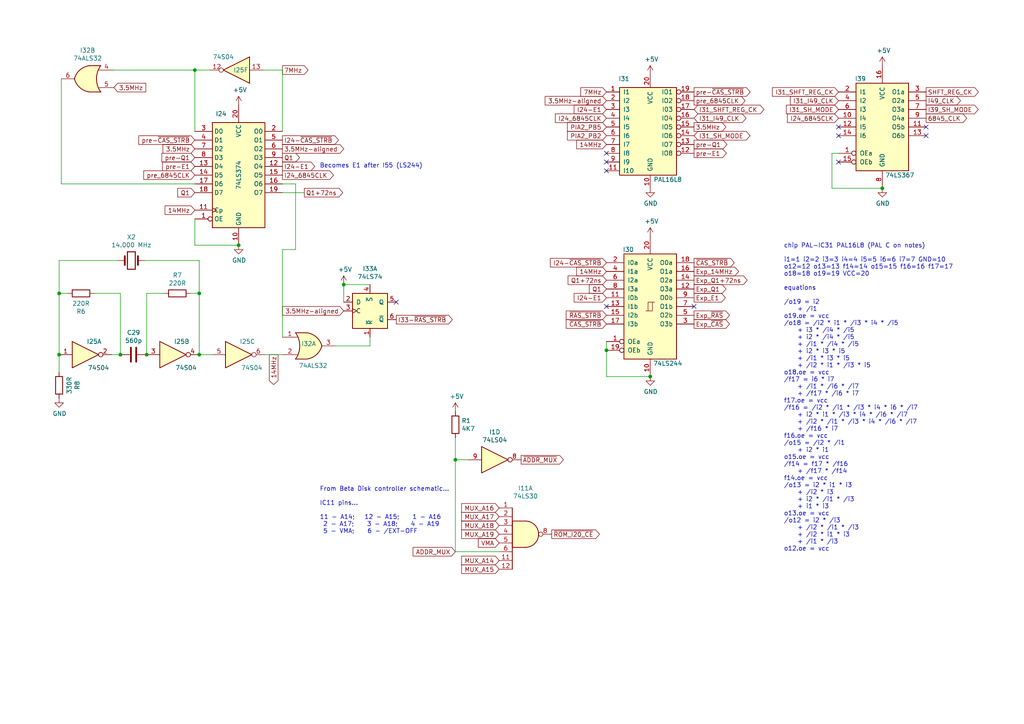
<source format=kicad_sch>
(kicad_sch (version 20211123) (generator eeschema)

  (uuid 75080b0b-6140-45af-8605-622af6de8bea)

  (paper "A4")

  (title_block
    (title "CPU Clock Generation")
    (date "2022-06-08")
    (rev "0.2")
    (company "DragonPlus Electronics")
    (comment 1 "John Whitworth")
    (comment 3 "including Richard Harding's Dragon Beta PCB images.")
    (comment 4 "Reverse Engineering of Dragon Beta from various sources")
  )

  (lib_symbols
    (symbol "74xx:74LS04" (in_bom yes) (on_board yes)
      (property "Reference" "U" (id 0) (at 0 1.27 0)
        (effects (font (size 1.27 1.27)))
      )
      (property "Value" "74LS04" (id 1) (at 0 -1.27 0)
        (effects (font (size 1.27 1.27)))
      )
      (property "Footprint" "" (id 2) (at 0 0 0)
        (effects (font (size 1.27 1.27)) hide)
      )
      (property "Datasheet" "http://www.ti.com/lit/gpn/sn74LS04" (id 3) (at 0 0 0)
        (effects (font (size 1.27 1.27)) hide)
      )
      (property "ki_locked" "" (id 4) (at 0 0 0)
        (effects (font (size 1.27 1.27)))
      )
      (property "ki_keywords" "TTL not inv" (id 5) (at 0 0 0)
        (effects (font (size 1.27 1.27)) hide)
      )
      (property "ki_description" "Hex Inverter" (id 6) (at 0 0 0)
        (effects (font (size 1.27 1.27)) hide)
      )
      (property "ki_fp_filters" "DIP*W7.62mm* SSOP?14* TSSOP?14*" (id 7) (at 0 0 0)
        (effects (font (size 1.27 1.27)) hide)
      )
      (symbol "74LS04_1_0"
        (polyline
          (pts
            (xy -3.81 3.81)
            (xy -3.81 -3.81)
            (xy 3.81 0)
            (xy -3.81 3.81)
          )
          (stroke (width 0.254) (type default) (color 0 0 0 0))
          (fill (type background))
        )
        (pin input line (at -7.62 0 0) (length 3.81)
          (name "~" (effects (font (size 1.27 1.27))))
          (number "1" (effects (font (size 1.27 1.27))))
        )
        (pin output inverted (at 7.62 0 180) (length 3.81)
          (name "~" (effects (font (size 1.27 1.27))))
          (number "2" (effects (font (size 1.27 1.27))))
        )
      )
      (symbol "74LS04_2_0"
        (polyline
          (pts
            (xy -3.81 3.81)
            (xy -3.81 -3.81)
            (xy 3.81 0)
            (xy -3.81 3.81)
          )
          (stroke (width 0.254) (type default) (color 0 0 0 0))
          (fill (type background))
        )
        (pin input line (at -7.62 0 0) (length 3.81)
          (name "~" (effects (font (size 1.27 1.27))))
          (number "3" (effects (font (size 1.27 1.27))))
        )
        (pin output inverted (at 7.62 0 180) (length 3.81)
          (name "~" (effects (font (size 1.27 1.27))))
          (number "4" (effects (font (size 1.27 1.27))))
        )
      )
      (symbol "74LS04_3_0"
        (polyline
          (pts
            (xy -3.81 3.81)
            (xy -3.81 -3.81)
            (xy 3.81 0)
            (xy -3.81 3.81)
          )
          (stroke (width 0.254) (type default) (color 0 0 0 0))
          (fill (type background))
        )
        (pin input line (at -7.62 0 0) (length 3.81)
          (name "~" (effects (font (size 1.27 1.27))))
          (number "5" (effects (font (size 1.27 1.27))))
        )
        (pin output inverted (at 7.62 0 180) (length 3.81)
          (name "~" (effects (font (size 1.27 1.27))))
          (number "6" (effects (font (size 1.27 1.27))))
        )
      )
      (symbol "74LS04_4_0"
        (polyline
          (pts
            (xy -3.81 3.81)
            (xy -3.81 -3.81)
            (xy 3.81 0)
            (xy -3.81 3.81)
          )
          (stroke (width 0.254) (type default) (color 0 0 0 0))
          (fill (type background))
        )
        (pin output inverted (at 7.62 0 180) (length 3.81)
          (name "~" (effects (font (size 1.27 1.27))))
          (number "8" (effects (font (size 1.27 1.27))))
        )
        (pin input line (at -7.62 0 0) (length 3.81)
          (name "~" (effects (font (size 1.27 1.27))))
          (number "9" (effects (font (size 1.27 1.27))))
        )
      )
      (symbol "74LS04_5_0"
        (polyline
          (pts
            (xy -3.81 3.81)
            (xy -3.81 -3.81)
            (xy 3.81 0)
            (xy -3.81 3.81)
          )
          (stroke (width 0.254) (type default) (color 0 0 0 0))
          (fill (type background))
        )
        (pin output inverted (at 7.62 0 180) (length 3.81)
          (name "~" (effects (font (size 1.27 1.27))))
          (number "10" (effects (font (size 1.27 1.27))))
        )
        (pin input line (at -7.62 0 0) (length 3.81)
          (name "~" (effects (font (size 1.27 1.27))))
          (number "11" (effects (font (size 1.27 1.27))))
        )
      )
      (symbol "74LS04_6_0"
        (polyline
          (pts
            (xy -3.81 3.81)
            (xy -3.81 -3.81)
            (xy 3.81 0)
            (xy -3.81 3.81)
          )
          (stroke (width 0.254) (type default) (color 0 0 0 0))
          (fill (type background))
        )
        (pin output inverted (at 7.62 0 180) (length 3.81)
          (name "~" (effects (font (size 1.27 1.27))))
          (number "12" (effects (font (size 1.27 1.27))))
        )
        (pin input line (at -7.62 0 0) (length 3.81)
          (name "~" (effects (font (size 1.27 1.27))))
          (number "13" (effects (font (size 1.27 1.27))))
        )
      )
      (symbol "74LS04_7_0"
        (pin power_in line (at 0 12.7 270) (length 5.08)
          (name "VCC" (effects (font (size 1.27 1.27))))
          (number "14" (effects (font (size 1.27 1.27))))
        )
        (pin power_in line (at 0 -12.7 90) (length 5.08)
          (name "GND" (effects (font (size 1.27 1.27))))
          (number "7" (effects (font (size 1.27 1.27))))
        )
      )
      (symbol "74LS04_7_1"
        (rectangle (start -5.08 7.62) (end 5.08 -7.62)
          (stroke (width 0.254) (type default) (color 0 0 0 0))
          (fill (type background))
        )
      )
    )
    (symbol "74xx:74LS244" (pin_names (offset 1.016)) (in_bom yes) (on_board yes)
      (property "Reference" "U" (id 0) (at -7.62 16.51 0)
        (effects (font (size 1.27 1.27)))
      )
      (property "Value" "74LS244" (id 1) (at -7.62 -16.51 0)
        (effects (font (size 1.27 1.27)))
      )
      (property "Footprint" "" (id 2) (at 0 0 0)
        (effects (font (size 1.27 1.27)) hide)
      )
      (property "Datasheet" "http://www.ti.com/lit/ds/symlink/sn74ls244.pdf" (id 3) (at 0 0 0)
        (effects (font (size 1.27 1.27)) hide)
      )
      (property "ki_keywords" "7400 logic ttl low power schottky" (id 4) (at 0 0 0)
        (effects (font (size 1.27 1.27)) hide)
      )
      (property "ki_description" "Octal Buffer and Line Driver With 3-State Output, active-low enables, non-inverting outputs" (id 5) (at 0 0 0)
        (effects (font (size 1.27 1.27)) hide)
      )
      (property "ki_fp_filters" "DIP?20*" (id 6) (at 0 0 0)
        (effects (font (size 1.27 1.27)) hide)
      )
      (symbol "74LS244_1_0"
        (polyline
          (pts
            (xy -0.635 -1.27)
            (xy -0.635 1.27)
            (xy 0.635 1.27)
          )
          (stroke (width 0) (type default) (color 0 0 0 0))
          (fill (type none))
        )
        (polyline
          (pts
            (xy -1.27 -1.27)
            (xy 0.635 -1.27)
            (xy 0.635 1.27)
            (xy 1.27 1.27)
          )
          (stroke (width 0) (type default) (color 0 0 0 0))
          (fill (type none))
        )
        (pin input inverted (at -12.7 -10.16 0) (length 5.08)
          (name "OEa" (effects (font (size 1.27 1.27))))
          (number "1" (effects (font (size 1.27 1.27))))
        )
        (pin power_in line (at 0 -20.32 90) (length 5.08)
          (name "GND" (effects (font (size 1.27 1.27))))
          (number "10" (effects (font (size 1.27 1.27))))
        )
        (pin input line (at -12.7 2.54 0) (length 5.08)
          (name "I0b" (effects (font (size 1.27 1.27))))
          (number "11" (effects (font (size 1.27 1.27))))
        )
        (pin tri_state line (at 12.7 5.08 180) (length 5.08)
          (name "O3a" (effects (font (size 1.27 1.27))))
          (number "12" (effects (font (size 1.27 1.27))))
        )
        (pin input line (at -12.7 0 0) (length 5.08)
          (name "I1b" (effects (font (size 1.27 1.27))))
          (number "13" (effects (font (size 1.27 1.27))))
        )
        (pin tri_state line (at 12.7 7.62 180) (length 5.08)
          (name "O2a" (effects (font (size 1.27 1.27))))
          (number "14" (effects (font (size 1.27 1.27))))
        )
        (pin input line (at -12.7 -2.54 0) (length 5.08)
          (name "I2b" (effects (font (size 1.27 1.27))))
          (number "15" (effects (font (size 1.27 1.27))))
        )
        (pin tri_state line (at 12.7 10.16 180) (length 5.08)
          (name "O1a" (effects (font (size 1.27 1.27))))
          (number "16" (effects (font (size 1.27 1.27))))
        )
        (pin input line (at -12.7 -5.08 0) (length 5.08)
          (name "I3b" (effects (font (size 1.27 1.27))))
          (number "17" (effects (font (size 1.27 1.27))))
        )
        (pin tri_state line (at 12.7 12.7 180) (length 5.08)
          (name "O0a" (effects (font (size 1.27 1.27))))
          (number "18" (effects (font (size 1.27 1.27))))
        )
        (pin input inverted (at -12.7 -12.7 0) (length 5.08)
          (name "OEb" (effects (font (size 1.27 1.27))))
          (number "19" (effects (font (size 1.27 1.27))))
        )
        (pin input line (at -12.7 12.7 0) (length 5.08)
          (name "I0a" (effects (font (size 1.27 1.27))))
          (number "2" (effects (font (size 1.27 1.27))))
        )
        (pin power_in line (at 0 20.32 270) (length 5.08)
          (name "VCC" (effects (font (size 1.27 1.27))))
          (number "20" (effects (font (size 1.27 1.27))))
        )
        (pin tri_state line (at 12.7 -5.08 180) (length 5.08)
          (name "O3b" (effects (font (size 1.27 1.27))))
          (number "3" (effects (font (size 1.27 1.27))))
        )
        (pin input line (at -12.7 10.16 0) (length 5.08)
          (name "I1a" (effects (font (size 1.27 1.27))))
          (number "4" (effects (font (size 1.27 1.27))))
        )
        (pin tri_state line (at 12.7 -2.54 180) (length 5.08)
          (name "O2b" (effects (font (size 1.27 1.27))))
          (number "5" (effects (font (size 1.27 1.27))))
        )
        (pin input line (at -12.7 7.62 0) (length 5.08)
          (name "I2a" (effects (font (size 1.27 1.27))))
          (number "6" (effects (font (size 1.27 1.27))))
        )
        (pin tri_state line (at 12.7 0 180) (length 5.08)
          (name "O1b" (effects (font (size 1.27 1.27))))
          (number "7" (effects (font (size 1.27 1.27))))
        )
        (pin input line (at -12.7 5.08 0) (length 5.08)
          (name "I3a" (effects (font (size 1.27 1.27))))
          (number "8" (effects (font (size 1.27 1.27))))
        )
        (pin tri_state line (at 12.7 2.54 180) (length 5.08)
          (name "O0b" (effects (font (size 1.27 1.27))))
          (number "9" (effects (font (size 1.27 1.27))))
        )
      )
      (symbol "74LS244_1_1"
        (rectangle (start -7.62 15.24) (end 7.62 -15.24)
          (stroke (width 0.254) (type default) (color 0 0 0 0))
          (fill (type background))
        )
      )
    )
    (symbol "74xx:74LS30" (pin_names (offset 1.016)) (in_bom yes) (on_board yes)
      (property "Reference" "U" (id 0) (at 0 1.27 0)
        (effects (font (size 1.27 1.27)))
      )
      (property "Value" "74LS30" (id 1) (at 0 -1.27 0)
        (effects (font (size 1.27 1.27)))
      )
      (property "Footprint" "" (id 2) (at 0 0 0)
        (effects (font (size 1.27 1.27)) hide)
      )
      (property "Datasheet" "http://www.ti.com/lit/gpn/sn74LS30" (id 3) (at 0 0 0)
        (effects (font (size 1.27 1.27)) hide)
      )
      (property "ki_locked" "" (id 4) (at 0 0 0)
        (effects (font (size 1.27 1.27)))
      )
      (property "ki_keywords" "TTL Nand8" (id 5) (at 0 0 0)
        (effects (font (size 1.27 1.27)) hide)
      )
      (property "ki_description" "8-input NAND" (id 6) (at 0 0 0)
        (effects (font (size 1.27 1.27)) hide)
      )
      (property "ki_fp_filters" "DIP*W7.62mm*" (id 7) (at 0 0 0)
        (effects (font (size 1.27 1.27)) hide)
      )
      (symbol "74LS30_1_1"
        (arc (start 0 -3.81) (mid 3.81 0) (end 0 3.81)
          (stroke (width 0.254) (type default) (color 0 0 0 0))
          (fill (type background))
        )
        (polyline
          (pts
            (xy -3.81 7.62)
            (xy -3.81 -10.16)
          )
          (stroke (width 0.254) (type default) (color 0 0 0 0))
          (fill (type none))
        )
        (polyline
          (pts
            (xy 0 3.81)
            (xy -3.81 3.81)
            (xy -3.81 -3.81)
            (xy 0 -3.81)
          )
          (stroke (width 0.254) (type default) (color 0 0 0 0))
          (fill (type background))
        )
        (pin input line (at -7.62 7.62 0) (length 3.81)
          (name "~" (effects (font (size 1.27 1.27))))
          (number "1" (effects (font (size 1.27 1.27))))
        )
        (pin input line (at -7.62 -7.62 0) (length 3.81)
          (name "~" (effects (font (size 1.27 1.27))))
          (number "11" (effects (font (size 1.27 1.27))))
        )
        (pin input line (at -7.62 -10.16 0) (length 3.81)
          (name "~" (effects (font (size 1.27 1.27))))
          (number "12" (effects (font (size 1.27 1.27))))
        )
        (pin input line (at -7.62 5.08 0) (length 3.81)
          (name "~" (effects (font (size 1.27 1.27))))
          (number "2" (effects (font (size 1.27 1.27))))
        )
        (pin input line (at -7.62 2.54 0) (length 3.81)
          (name "~" (effects (font (size 1.27 1.27))))
          (number "3" (effects (font (size 1.27 1.27))))
        )
        (pin input line (at -7.62 0 0) (length 3.81)
          (name "~" (effects (font (size 1.27 1.27))))
          (number "4" (effects (font (size 1.27 1.27))))
        )
        (pin input line (at -7.62 -2.54 0) (length 3.81)
          (name "~" (effects (font (size 1.27 1.27))))
          (number "5" (effects (font (size 1.27 1.27))))
        )
        (pin input line (at -7.62 -5.08 0) (length 3.81)
          (name "~" (effects (font (size 1.27 1.27))))
          (number "6" (effects (font (size 1.27 1.27))))
        )
        (pin output inverted (at 7.62 0 180) (length 3.81)
          (name "~" (effects (font (size 1.27 1.27))))
          (number "8" (effects (font (size 1.27 1.27))))
        )
      )
      (symbol "74LS30_1_2"
        (arc (start -3.81 -3.81) (mid -2.589 0) (end -3.81 3.81)
          (stroke (width 0.254) (type default) (color 0 0 0 0))
          (fill (type none))
        )
        (arc (start -0.6096 -3.81) (mid 2.1855 -2.584) (end 3.81 0)
          (stroke (width 0.254) (type default) (color 0 0 0 0))
          (fill (type background))
        )
        (polyline
          (pts
            (xy -3.81 -3.81)
            (xy -3.81 -10.16)
          )
          (stroke (width 0.254) (type default) (color 0 0 0 0))
          (fill (type none))
        )
        (polyline
          (pts
            (xy -3.81 -3.81)
            (xy -0.635 -3.81)
          )
          (stroke (width 0.254) (type default) (color 0 0 0 0))
          (fill (type background))
        )
        (polyline
          (pts
            (xy -3.81 3.81)
            (xy -0.635 3.81)
          )
          (stroke (width 0.254) (type default) (color 0 0 0 0))
          (fill (type background))
        )
        (polyline
          (pts
            (xy -3.81 7.62)
            (xy -3.81 3.81)
          )
          (stroke (width 0.254) (type default) (color 0 0 0 0))
          (fill (type none))
        )
        (polyline
          (pts
            (xy -0.635 3.81)
            (xy -3.81 3.81)
            (xy -3.81 3.81)
            (xy -3.556 3.4036)
            (xy -3.0226 2.2606)
            (xy -2.6924 1.0414)
            (xy -2.6162 -0.254)
            (xy -2.7686 -1.4986)
            (xy -3.175 -2.7178)
            (xy -3.81 -3.81)
            (xy -3.81 -3.81)
            (xy -0.635 -3.81)
          )
          (stroke (width -25.4) (type default) (color 0 0 0 0))
          (fill (type background))
        )
        (arc (start 3.81 0) (mid 2.1928 2.5925) (end -0.6096 3.81)
          (stroke (width 0.254) (type default) (color 0 0 0 0))
          (fill (type background))
        )
        (pin input inverted (at -7.62 7.62 0) (length 3.81)
          (name "~" (effects (font (size 1.27 1.27))))
          (number "1" (effects (font (size 1.27 1.27))))
        )
        (pin input inverted (at -7.62 -7.62 0) (length 3.81)
          (name "~" (effects (font (size 1.27 1.27))))
          (number "11" (effects (font (size 1.27 1.27))))
        )
        (pin input inverted (at -7.62 -10.16 0) (length 3.81)
          (name "~" (effects (font (size 1.27 1.27))))
          (number "12" (effects (font (size 1.27 1.27))))
        )
        (pin input inverted (at -7.62 5.08 0) (length 3.81)
          (name "~" (effects (font (size 1.27 1.27))))
          (number "2" (effects (font (size 1.27 1.27))))
        )
        (pin input inverted (at -7.62 2.54 0) (length 4.5466)
          (name "~" (effects (font (size 1.27 1.27))))
          (number "3" (effects (font (size 1.27 1.27))))
        )
        (pin input inverted (at -7.62 0 0) (length 5.08)
          (name "~" (effects (font (size 1.27 1.27))))
          (number "4" (effects (font (size 1.27 1.27))))
        )
        (pin input inverted (at -7.62 -2.54 0) (length 4.5466)
          (name "~" (effects (font (size 1.27 1.27))))
          (number "5" (effects (font (size 1.27 1.27))))
        )
        (pin input inverted (at -7.62 -5.08 0) (length 3.81)
          (name "~" (effects (font (size 1.27 1.27))))
          (number "6" (effects (font (size 1.27 1.27))))
        )
        (pin output line (at 7.62 0 180) (length 3.81)
          (name "~" (effects (font (size 1.27 1.27))))
          (number "8" (effects (font (size 1.27 1.27))))
        )
      )
      (symbol "74LS30_2_0"
        (pin power_in line (at 0 12.7 270) (length 5.08)
          (name "VCC" (effects (font (size 1.27 1.27))))
          (number "14" (effects (font (size 1.27 1.27))))
        )
        (pin power_in line (at 0 -12.7 90) (length 5.08)
          (name "GND" (effects (font (size 1.27 1.27))))
          (number "7" (effects (font (size 1.27 1.27))))
        )
      )
      (symbol "74LS30_2_1"
        (rectangle (start -5.08 7.62) (end 5.08 -7.62)
          (stroke (width 0.254) (type default) (color 0 0 0 0))
          (fill (type background))
        )
      )
    )
    (symbol "74xx:74LS32" (pin_names (offset 1.016)) (in_bom yes) (on_board yes)
      (property "Reference" "U" (id 0) (at 0 1.27 0)
        (effects (font (size 1.27 1.27)))
      )
      (property "Value" "74LS32" (id 1) (at 0 -1.27 0)
        (effects (font (size 1.27 1.27)))
      )
      (property "Footprint" "" (id 2) (at 0 0 0)
        (effects (font (size 1.27 1.27)) hide)
      )
      (property "Datasheet" "http://www.ti.com/lit/gpn/sn74LS32" (id 3) (at 0 0 0)
        (effects (font (size 1.27 1.27)) hide)
      )
      (property "ki_locked" "" (id 4) (at 0 0 0)
        (effects (font (size 1.27 1.27)))
      )
      (property "ki_keywords" "TTL Or2" (id 5) (at 0 0 0)
        (effects (font (size 1.27 1.27)) hide)
      )
      (property "ki_description" "Quad 2-input OR" (id 6) (at 0 0 0)
        (effects (font (size 1.27 1.27)) hide)
      )
      (property "ki_fp_filters" "DIP?14*" (id 7) (at 0 0 0)
        (effects (font (size 1.27 1.27)) hide)
      )
      (symbol "74LS32_1_1"
        (arc (start -3.81 -3.81) (mid -2.589 0) (end -3.81 3.81)
          (stroke (width 0.254) (type default) (color 0 0 0 0))
          (fill (type none))
        )
        (arc (start -0.6096 -3.81) (mid 2.1855 -2.584) (end 3.81 0)
          (stroke (width 0.254) (type default) (color 0 0 0 0))
          (fill (type background))
        )
        (polyline
          (pts
            (xy -3.81 -3.81)
            (xy -0.635 -3.81)
          )
          (stroke (width 0.254) (type default) (color 0 0 0 0))
          (fill (type background))
        )
        (polyline
          (pts
            (xy -3.81 3.81)
            (xy -0.635 3.81)
          )
          (stroke (width 0.254) (type default) (color 0 0 0 0))
          (fill (type background))
        )
        (polyline
          (pts
            (xy -0.635 3.81)
            (xy -3.81 3.81)
            (xy -3.81 3.81)
            (xy -3.556 3.4036)
            (xy -3.0226 2.2606)
            (xy -2.6924 1.0414)
            (xy -2.6162 -0.254)
            (xy -2.7686 -1.4986)
            (xy -3.175 -2.7178)
            (xy -3.81 -3.81)
            (xy -3.81 -3.81)
            (xy -0.635 -3.81)
          )
          (stroke (width -25.4) (type default) (color 0 0 0 0))
          (fill (type background))
        )
        (arc (start 3.81 0) (mid 2.1928 2.5925) (end -0.6096 3.81)
          (stroke (width 0.254) (type default) (color 0 0 0 0))
          (fill (type background))
        )
        (pin input line (at -7.62 2.54 0) (length 4.318)
          (name "~" (effects (font (size 1.27 1.27))))
          (number "1" (effects (font (size 1.27 1.27))))
        )
        (pin input line (at -7.62 -2.54 0) (length 4.318)
          (name "~" (effects (font (size 1.27 1.27))))
          (number "2" (effects (font (size 1.27 1.27))))
        )
        (pin output line (at 7.62 0 180) (length 3.81)
          (name "~" (effects (font (size 1.27 1.27))))
          (number "3" (effects (font (size 1.27 1.27))))
        )
      )
      (symbol "74LS32_1_2"
        (arc (start 0 -3.81) (mid 3.81 0) (end 0 3.81)
          (stroke (width 0.254) (type default) (color 0 0 0 0))
          (fill (type background))
        )
        (polyline
          (pts
            (xy 0 3.81)
            (xy -3.81 3.81)
            (xy -3.81 -3.81)
            (xy 0 -3.81)
          )
          (stroke (width 0.254) (type default) (color 0 0 0 0))
          (fill (type background))
        )
        (pin input inverted (at -7.62 2.54 0) (length 3.81)
          (name "~" (effects (font (size 1.27 1.27))))
          (number "1" (effects (font (size 1.27 1.27))))
        )
        (pin input inverted (at -7.62 -2.54 0) (length 3.81)
          (name "~" (effects (font (size 1.27 1.27))))
          (number "2" (effects (font (size 1.27 1.27))))
        )
        (pin output inverted (at 7.62 0 180) (length 3.81)
          (name "~" (effects (font (size 1.27 1.27))))
          (number "3" (effects (font (size 1.27 1.27))))
        )
      )
      (symbol "74LS32_2_1"
        (arc (start -3.81 -3.81) (mid -2.589 0) (end -3.81 3.81)
          (stroke (width 0.254) (type default) (color 0 0 0 0))
          (fill (type none))
        )
        (arc (start -0.6096 -3.81) (mid 2.1855 -2.584) (end 3.81 0)
          (stroke (width 0.254) (type default) (color 0 0 0 0))
          (fill (type background))
        )
        (polyline
          (pts
            (xy -3.81 -3.81)
            (xy -0.635 -3.81)
          )
          (stroke (width 0.254) (type default) (color 0 0 0 0))
          (fill (type background))
        )
        (polyline
          (pts
            (xy -3.81 3.81)
            (xy -0.635 3.81)
          )
          (stroke (width 0.254) (type default) (color 0 0 0 0))
          (fill (type background))
        )
        (polyline
          (pts
            (xy -0.635 3.81)
            (xy -3.81 3.81)
            (xy -3.81 3.81)
            (xy -3.556 3.4036)
            (xy -3.0226 2.2606)
            (xy -2.6924 1.0414)
            (xy -2.6162 -0.254)
            (xy -2.7686 -1.4986)
            (xy -3.175 -2.7178)
            (xy -3.81 -3.81)
            (xy -3.81 -3.81)
            (xy -0.635 -3.81)
          )
          (stroke (width -25.4) (type default) (color 0 0 0 0))
          (fill (type background))
        )
        (arc (start 3.81 0) (mid 2.1928 2.5925) (end -0.6096 3.81)
          (stroke (width 0.254) (type default) (color 0 0 0 0))
          (fill (type background))
        )
        (pin input line (at -7.62 2.54 0) (length 4.318)
          (name "~" (effects (font (size 1.27 1.27))))
          (number "4" (effects (font (size 1.27 1.27))))
        )
        (pin input line (at -7.62 -2.54 0) (length 4.318)
          (name "~" (effects (font (size 1.27 1.27))))
          (number "5" (effects (font (size 1.27 1.27))))
        )
        (pin output line (at 7.62 0 180) (length 3.81)
          (name "~" (effects (font (size 1.27 1.27))))
          (number "6" (effects (font (size 1.27 1.27))))
        )
      )
      (symbol "74LS32_2_2"
        (arc (start 0 -3.81) (mid 3.81 0) (end 0 3.81)
          (stroke (width 0.254) (type default) (color 0 0 0 0))
          (fill (type background))
        )
        (polyline
          (pts
            (xy 0 3.81)
            (xy -3.81 3.81)
            (xy -3.81 -3.81)
            (xy 0 -3.81)
          )
          (stroke (width 0.254) (type default) (color 0 0 0 0))
          (fill (type background))
        )
        (pin input inverted (at -7.62 2.54 0) (length 3.81)
          (name "~" (effects (font (size 1.27 1.27))))
          (number "4" (effects (font (size 1.27 1.27))))
        )
        (pin input inverted (at -7.62 -2.54 0) (length 3.81)
          (name "~" (effects (font (size 1.27 1.27))))
          (number "5" (effects (font (size 1.27 1.27))))
        )
        (pin output inverted (at 7.62 0 180) (length 3.81)
          (name "~" (effects (font (size 1.27 1.27))))
          (number "6" (effects (font (size 1.27 1.27))))
        )
      )
      (symbol "74LS32_3_1"
        (arc (start -3.81 -3.81) (mid -2.589 0) (end -3.81 3.81)
          (stroke (width 0.254) (type default) (color 0 0 0 0))
          (fill (type none))
        )
        (arc (start -0.6096 -3.81) (mid 2.1855 -2.584) (end 3.81 0)
          (stroke (width 0.254) (type default) (color 0 0 0 0))
          (fill (type background))
        )
        (polyline
          (pts
            (xy -3.81 -3.81)
            (xy -0.635 -3.81)
          )
          (stroke (width 0.254) (type default) (color 0 0 0 0))
          (fill (type background))
        )
        (polyline
          (pts
            (xy -3.81 3.81)
            (xy -0.635 3.81)
          )
          (stroke (width 0.254) (type default) (color 0 0 0 0))
          (fill (type background))
        )
        (polyline
          (pts
            (xy -0.635 3.81)
            (xy -3.81 3.81)
            (xy -3.81 3.81)
            (xy -3.556 3.4036)
            (xy -3.0226 2.2606)
            (xy -2.6924 1.0414)
            (xy -2.6162 -0.254)
            (xy -2.7686 -1.4986)
            (xy -3.175 -2.7178)
            (xy -3.81 -3.81)
            (xy -3.81 -3.81)
            (xy -0.635 -3.81)
          )
          (stroke (width -25.4) (type default) (color 0 0 0 0))
          (fill (type background))
        )
        (arc (start 3.81 0) (mid 2.1928 2.5925) (end -0.6096 3.81)
          (stroke (width 0.254) (type default) (color 0 0 0 0))
          (fill (type background))
        )
        (pin input line (at -7.62 -2.54 0) (length 4.318)
          (name "~" (effects (font (size 1.27 1.27))))
          (number "10" (effects (font (size 1.27 1.27))))
        )
        (pin output line (at 7.62 0 180) (length 3.81)
          (name "~" (effects (font (size 1.27 1.27))))
          (number "8" (effects (font (size 1.27 1.27))))
        )
        (pin input line (at -7.62 2.54 0) (length 4.318)
          (name "~" (effects (font (size 1.27 1.27))))
          (number "9" (effects (font (size 1.27 1.27))))
        )
      )
      (symbol "74LS32_3_2"
        (arc (start 0 -3.81) (mid 3.81 0) (end 0 3.81)
          (stroke (width 0.254) (type default) (color 0 0 0 0))
          (fill (type background))
        )
        (polyline
          (pts
            (xy 0 3.81)
            (xy -3.81 3.81)
            (xy -3.81 -3.81)
            (xy 0 -3.81)
          )
          (stroke (width 0.254) (type default) (color 0 0 0 0))
          (fill (type background))
        )
        (pin input inverted (at -7.62 -2.54 0) (length 3.81)
          (name "~" (effects (font (size 1.27 1.27))))
          (number "10" (effects (font (size 1.27 1.27))))
        )
        (pin output inverted (at 7.62 0 180) (length 3.81)
          (name "~" (effects (font (size 1.27 1.27))))
          (number "8" (effects (font (size 1.27 1.27))))
        )
        (pin input inverted (at -7.62 2.54 0) (length 3.81)
          (name "~" (effects (font (size 1.27 1.27))))
          (number "9" (effects (font (size 1.27 1.27))))
        )
      )
      (symbol "74LS32_4_1"
        (arc (start -3.81 -3.81) (mid -2.589 0) (end -3.81 3.81)
          (stroke (width 0.254) (type default) (color 0 0 0 0))
          (fill (type none))
        )
        (arc (start -0.6096 -3.81) (mid 2.1855 -2.584) (end 3.81 0)
          (stroke (width 0.254) (type default) (color 0 0 0 0))
          (fill (type background))
        )
        (polyline
          (pts
            (xy -3.81 -3.81)
            (xy -0.635 -3.81)
          )
          (stroke (width 0.254) (type default) (color 0 0 0 0))
          (fill (type background))
        )
        (polyline
          (pts
            (xy -3.81 3.81)
            (xy -0.635 3.81)
          )
          (stroke (width 0.254) (type default) (color 0 0 0 0))
          (fill (type background))
        )
        (polyline
          (pts
            (xy -0.635 3.81)
            (xy -3.81 3.81)
            (xy -3.81 3.81)
            (xy -3.556 3.4036)
            (xy -3.0226 2.2606)
            (xy -2.6924 1.0414)
            (xy -2.6162 -0.254)
            (xy -2.7686 -1.4986)
            (xy -3.175 -2.7178)
            (xy -3.81 -3.81)
            (xy -3.81 -3.81)
            (xy -0.635 -3.81)
          )
          (stroke (width -25.4) (type default) (color 0 0 0 0))
          (fill (type background))
        )
        (arc (start 3.81 0) (mid 2.1928 2.5925) (end -0.6096 3.81)
          (stroke (width 0.254) (type default) (color 0 0 0 0))
          (fill (type background))
        )
        (pin output line (at 7.62 0 180) (length 3.81)
          (name "~" (effects (font (size 1.27 1.27))))
          (number "11" (effects (font (size 1.27 1.27))))
        )
        (pin input line (at -7.62 2.54 0) (length 4.318)
          (name "~" (effects (font (size 1.27 1.27))))
          (number "12" (effects (font (size 1.27 1.27))))
        )
        (pin input line (at -7.62 -2.54 0) (length 4.318)
          (name "~" (effects (font (size 1.27 1.27))))
          (number "13" (effects (font (size 1.27 1.27))))
        )
      )
      (symbol "74LS32_4_2"
        (arc (start 0 -3.81) (mid 3.81 0) (end 0 3.81)
          (stroke (width 0.254) (type default) (color 0 0 0 0))
          (fill (type background))
        )
        (polyline
          (pts
            (xy 0 3.81)
            (xy -3.81 3.81)
            (xy -3.81 -3.81)
            (xy 0 -3.81)
          )
          (stroke (width 0.254) (type default) (color 0 0 0 0))
          (fill (type background))
        )
        (pin output inverted (at 7.62 0 180) (length 3.81)
          (name "~" (effects (font (size 1.27 1.27))))
          (number "11" (effects (font (size 1.27 1.27))))
        )
        (pin input inverted (at -7.62 2.54 0) (length 3.81)
          (name "~" (effects (font (size 1.27 1.27))))
          (number "12" (effects (font (size 1.27 1.27))))
        )
        (pin input inverted (at -7.62 -2.54 0) (length 3.81)
          (name "~" (effects (font (size 1.27 1.27))))
          (number "13" (effects (font (size 1.27 1.27))))
        )
      )
      (symbol "74LS32_5_0"
        (pin power_in line (at 0 12.7 270) (length 5.08)
          (name "VCC" (effects (font (size 1.27 1.27))))
          (number "14" (effects (font (size 1.27 1.27))))
        )
        (pin power_in line (at 0 -12.7 90) (length 5.08)
          (name "GND" (effects (font (size 1.27 1.27))))
          (number "7" (effects (font (size 1.27 1.27))))
        )
      )
      (symbol "74LS32_5_1"
        (rectangle (start -5.08 7.62) (end 5.08 -7.62)
          (stroke (width 0.254) (type default) (color 0 0 0 0))
          (fill (type background))
        )
      )
    )
    (symbol "74xx:74LS367" (pin_names (offset 1.016)) (in_bom yes) (on_board yes)
      (property "Reference" "U" (id 0) (at -7.62 13.97 0)
        (effects (font (size 1.27 1.27)))
      )
      (property "Value" "74LS367" (id 1) (at -7.62 -13.97 0)
        (effects (font (size 1.27 1.27)))
      )
      (property "Footprint" "" (id 2) (at 0 0 0)
        (effects (font (size 1.27 1.27)) hide)
      )
      (property "Datasheet" "http://www.ti.com/lit/gpn/sn74LS367" (id 3) (at 0 0 0)
        (effects (font (size 1.27 1.27)) hide)
      )
      (property "ki_locked" "" (id 4) (at 0 0 0)
        (effects (font (size 1.27 1.27)))
      )
      (property "ki_keywords" "TTL Buffer BUS 3State" (id 5) (at 0 0 0)
        (effects (font (size 1.27 1.27)) hide)
      )
      (property "ki_description" "Hex Bus Driver 3-state outputs" (id 6) (at 0 0 0)
        (effects (font (size 1.27 1.27)) hide)
      )
      (property "ki_fp_filters" "DIP?16*" (id 7) (at 0 0 0)
        (effects (font (size 1.27 1.27)) hide)
      )
      (symbol "74LS367_1_0"
        (pin input inverted (at -12.7 -7.62 0) (length 5.08)
          (name "OEa" (effects (font (size 1.27 1.27))))
          (number "1" (effects (font (size 1.27 1.27))))
        )
        (pin input line (at -12.7 2.54 0) (length 5.08)
          (name "I4" (effects (font (size 1.27 1.27))))
          (number "10" (effects (font (size 1.27 1.27))))
        )
        (pin tri_state line (at 12.7 0 180) (length 5.08)
          (name "O5b" (effects (font (size 1.27 1.27))))
          (number "11" (effects (font (size 1.27 1.27))))
        )
        (pin input line (at -12.7 0 0) (length 5.08)
          (name "I5" (effects (font (size 1.27 1.27))))
          (number "12" (effects (font (size 1.27 1.27))))
        )
        (pin tri_state line (at 12.7 -2.54 180) (length 5.08)
          (name "O6b" (effects (font (size 1.27 1.27))))
          (number "13" (effects (font (size 1.27 1.27))))
        )
        (pin input line (at -12.7 -2.54 0) (length 5.08)
          (name "I6" (effects (font (size 1.27 1.27))))
          (number "14" (effects (font (size 1.27 1.27))))
        )
        (pin input inverted (at -12.7 -10.16 0) (length 5.08)
          (name "OEb" (effects (font (size 1.27 1.27))))
          (number "15" (effects (font (size 1.27 1.27))))
        )
        (pin power_in line (at 0 17.78 270) (length 5.08)
          (name "VCC" (effects (font (size 1.27 1.27))))
          (number "16" (effects (font (size 1.27 1.27))))
        )
        (pin input line (at -12.7 10.16 0) (length 5.08)
          (name "I1" (effects (font (size 1.27 1.27))))
          (number "2" (effects (font (size 1.27 1.27))))
        )
        (pin tri_state line (at 12.7 10.16 180) (length 5.08)
          (name "O1a" (effects (font (size 1.27 1.27))))
          (number "3" (effects (font (size 1.27 1.27))))
        )
        (pin input line (at -12.7 7.62 0) (length 5.08)
          (name "I2" (effects (font (size 1.27 1.27))))
          (number "4" (effects (font (size 1.27 1.27))))
        )
        (pin tri_state line (at 12.7 7.62 180) (length 5.08)
          (name "O2a" (effects (font (size 1.27 1.27))))
          (number "5" (effects (font (size 1.27 1.27))))
        )
        (pin input line (at -12.7 5.08 0) (length 5.08)
          (name "I3" (effects (font (size 1.27 1.27))))
          (number "6" (effects (font (size 1.27 1.27))))
        )
        (pin tri_state line (at 12.7 5.08 180) (length 5.08)
          (name "O3a" (effects (font (size 1.27 1.27))))
          (number "7" (effects (font (size 1.27 1.27))))
        )
        (pin power_in line (at 0 -17.78 90) (length 5.08)
          (name "GND" (effects (font (size 1.27 1.27))))
          (number "8" (effects (font (size 1.27 1.27))))
        )
        (pin tri_state line (at 12.7 2.54 180) (length 5.08)
          (name "O4a" (effects (font (size 1.27 1.27))))
          (number "9" (effects (font (size 1.27 1.27))))
        )
      )
      (symbol "74LS367_1_1"
        (rectangle (start -7.62 12.7) (end 7.62 -12.7)
          (stroke (width 0.254) (type default) (color 0 0 0 0))
          (fill (type background))
        )
      )
    )
    (symbol "74xx:74LS374" (in_bom yes) (on_board yes)
      (property "Reference" "U" (id 0) (at -7.62 16.51 0)
        (effects (font (size 1.27 1.27)))
      )
      (property "Value" "74LS374" (id 1) (at -7.62 -16.51 0)
        (effects (font (size 1.27 1.27)))
      )
      (property "Footprint" "" (id 2) (at 0 0 0)
        (effects (font (size 1.27 1.27)) hide)
      )
      (property "Datasheet" "http://www.ti.com/lit/gpn/sn74LS374" (id 3) (at 0 0 0)
        (effects (font (size 1.27 1.27)) hide)
      )
      (property "ki_keywords" "TTL DFF DFF8 REG 3State" (id 4) (at 0 0 0)
        (effects (font (size 1.27 1.27)) hide)
      )
      (property "ki_description" "8-bit Register, 3-state outputs" (id 5) (at 0 0 0)
        (effects (font (size 1.27 1.27)) hide)
      )
      (property "ki_fp_filters" "DIP?20* SOIC?20* SO?20*" (id 6) (at 0 0 0)
        (effects (font (size 1.27 1.27)) hide)
      )
      (symbol "74LS374_1_0"
        (pin input inverted (at -12.7 -12.7 0) (length 5.08)
          (name "OE" (effects (font (size 1.27 1.27))))
          (number "1" (effects (font (size 1.27 1.27))))
        )
        (pin power_in line (at 0 -20.32 90) (length 5.08)
          (name "GND" (effects (font (size 1.27 1.27))))
          (number "10" (effects (font (size 1.27 1.27))))
        )
        (pin input clock (at -12.7 -10.16 0) (length 5.08)
          (name "Cp" (effects (font (size 1.27 1.27))))
          (number "11" (effects (font (size 1.27 1.27))))
        )
        (pin tri_state line (at 12.7 2.54 180) (length 5.08)
          (name "O4" (effects (font (size 1.27 1.27))))
          (number "12" (effects (font (size 1.27 1.27))))
        )
        (pin input line (at -12.7 2.54 0) (length 5.08)
          (name "D4" (effects (font (size 1.27 1.27))))
          (number "13" (effects (font (size 1.27 1.27))))
        )
        (pin input line (at -12.7 0 0) (length 5.08)
          (name "D5" (effects (font (size 1.27 1.27))))
          (number "14" (effects (font (size 1.27 1.27))))
        )
        (pin tri_state line (at 12.7 0 180) (length 5.08)
          (name "O5" (effects (font (size 1.27 1.27))))
          (number "15" (effects (font (size 1.27 1.27))))
        )
        (pin tri_state line (at 12.7 -2.54 180) (length 5.08)
          (name "O6" (effects (font (size 1.27 1.27))))
          (number "16" (effects (font (size 1.27 1.27))))
        )
        (pin input line (at -12.7 -2.54 0) (length 5.08)
          (name "D6" (effects (font (size 1.27 1.27))))
          (number "17" (effects (font (size 1.27 1.27))))
        )
        (pin input line (at -12.7 -5.08 0) (length 5.08)
          (name "D7" (effects (font (size 1.27 1.27))))
          (number "18" (effects (font (size 1.27 1.27))))
        )
        (pin tri_state line (at 12.7 -5.08 180) (length 5.08)
          (name "O7" (effects (font (size 1.27 1.27))))
          (number "19" (effects (font (size 1.27 1.27))))
        )
        (pin tri_state line (at 12.7 12.7 180) (length 5.08)
          (name "O0" (effects (font (size 1.27 1.27))))
          (number "2" (effects (font (size 1.27 1.27))))
        )
        (pin power_in line (at 0 20.32 270) (length 5.08)
          (name "VCC" (effects (font (size 1.27 1.27))))
          (number "20" (effects (font (size 1.27 1.27))))
        )
        (pin input line (at -12.7 12.7 0) (length 5.08)
          (name "D0" (effects (font (size 1.27 1.27))))
          (number "3" (effects (font (size 1.27 1.27))))
        )
        (pin input line (at -12.7 10.16 0) (length 5.08)
          (name "D1" (effects (font (size 1.27 1.27))))
          (number "4" (effects (font (size 1.27 1.27))))
        )
        (pin tri_state line (at 12.7 10.16 180) (length 5.08)
          (name "O1" (effects (font (size 1.27 1.27))))
          (number "5" (effects (font (size 1.27 1.27))))
        )
        (pin tri_state line (at 12.7 7.62 180) (length 5.08)
          (name "O2" (effects (font (size 1.27 1.27))))
          (number "6" (effects (font (size 1.27 1.27))))
        )
        (pin input line (at -12.7 7.62 0) (length 5.08)
          (name "D2" (effects (font (size 1.27 1.27))))
          (number "7" (effects (font (size 1.27 1.27))))
        )
        (pin input line (at -12.7 5.08 0) (length 5.08)
          (name "D3" (effects (font (size 1.27 1.27))))
          (number "8" (effects (font (size 1.27 1.27))))
        )
        (pin tri_state line (at 12.7 5.08 180) (length 5.08)
          (name "O3" (effects (font (size 1.27 1.27))))
          (number "9" (effects (font (size 1.27 1.27))))
        )
      )
      (symbol "74LS374_1_1"
        (rectangle (start -7.62 15.24) (end 7.62 -15.24)
          (stroke (width 0.254) (type default) (color 0 0 0 0))
          (fill (type background))
        )
      )
    )
    (symbol "74xx:74LS74" (pin_names (offset 1.016)) (in_bom yes) (on_board yes)
      (property "Reference" "U" (id 0) (at -7.62 8.89 0)
        (effects (font (size 1.27 1.27)))
      )
      (property "Value" "74LS74" (id 1) (at -7.62 -8.89 0)
        (effects (font (size 1.27 1.27)))
      )
      (property "Footprint" "" (id 2) (at 0 0 0)
        (effects (font (size 1.27 1.27)) hide)
      )
      (property "Datasheet" "74xx/74hc_hct74.pdf" (id 3) (at 0 0 0)
        (effects (font (size 1.27 1.27)) hide)
      )
      (property "ki_locked" "" (id 4) (at 0 0 0)
        (effects (font (size 1.27 1.27)))
      )
      (property "ki_keywords" "TTL DFF" (id 5) (at 0 0 0)
        (effects (font (size 1.27 1.27)) hide)
      )
      (property "ki_description" "Dual D Flip-flop, Set & Reset" (id 6) (at 0 0 0)
        (effects (font (size 1.27 1.27)) hide)
      )
      (property "ki_fp_filters" "DIP*W7.62mm*" (id 7) (at 0 0 0)
        (effects (font (size 1.27 1.27)) hide)
      )
      (symbol "74LS74_1_0"
        (pin input line (at 0 -7.62 90) (length 2.54)
          (name "~{R}" (effects (font (size 1.27 1.27))))
          (number "1" (effects (font (size 1.27 1.27))))
        )
        (pin input line (at -7.62 2.54 0) (length 2.54)
          (name "D" (effects (font (size 1.27 1.27))))
          (number "2" (effects (font (size 1.27 1.27))))
        )
        (pin input clock (at -7.62 0 0) (length 2.54)
          (name "C" (effects (font (size 1.27 1.27))))
          (number "3" (effects (font (size 1.27 1.27))))
        )
        (pin input line (at 0 7.62 270) (length 2.54)
          (name "~{S}" (effects (font (size 1.27 1.27))))
          (number "4" (effects (font (size 1.27 1.27))))
        )
        (pin output line (at 7.62 2.54 180) (length 2.54)
          (name "Q" (effects (font (size 1.27 1.27))))
          (number "5" (effects (font (size 1.27 1.27))))
        )
        (pin output line (at 7.62 -2.54 180) (length 2.54)
          (name "~{Q}" (effects (font (size 1.27 1.27))))
          (number "6" (effects (font (size 1.27 1.27))))
        )
      )
      (symbol "74LS74_1_1"
        (rectangle (start -5.08 5.08) (end 5.08 -5.08)
          (stroke (width 0.254) (type default) (color 0 0 0 0))
          (fill (type background))
        )
      )
      (symbol "74LS74_2_0"
        (pin input line (at 0 7.62 270) (length 2.54)
          (name "~{S}" (effects (font (size 1.27 1.27))))
          (number "10" (effects (font (size 1.27 1.27))))
        )
        (pin input clock (at -7.62 0 0) (length 2.54)
          (name "C" (effects (font (size 1.27 1.27))))
          (number "11" (effects (font (size 1.27 1.27))))
        )
        (pin input line (at -7.62 2.54 0) (length 2.54)
          (name "D" (effects (font (size 1.27 1.27))))
          (number "12" (effects (font (size 1.27 1.27))))
        )
        (pin input line (at 0 -7.62 90) (length 2.54)
          (name "~{R}" (effects (font (size 1.27 1.27))))
          (number "13" (effects (font (size 1.27 1.27))))
        )
        (pin output line (at 7.62 -2.54 180) (length 2.54)
          (name "~{Q}" (effects (font (size 1.27 1.27))))
          (number "8" (effects (font (size 1.27 1.27))))
        )
        (pin output line (at 7.62 2.54 180) (length 2.54)
          (name "Q" (effects (font (size 1.27 1.27))))
          (number "9" (effects (font (size 1.27 1.27))))
        )
      )
      (symbol "74LS74_2_1"
        (rectangle (start -5.08 5.08) (end 5.08 -5.08)
          (stroke (width 0.254) (type default) (color 0 0 0 0))
          (fill (type background))
        )
      )
      (symbol "74LS74_3_0"
        (pin power_in line (at 0 10.16 270) (length 2.54)
          (name "VCC" (effects (font (size 1.27 1.27))))
          (number "14" (effects (font (size 1.27 1.27))))
        )
        (pin power_in line (at 0 -10.16 90) (length 2.54)
          (name "GND" (effects (font (size 1.27 1.27))))
          (number "7" (effects (font (size 1.27 1.27))))
        )
      )
      (symbol "74LS74_3_1"
        (rectangle (start -5.08 7.62) (end 5.08 -7.62)
          (stroke (width 0.254) (type default) (color 0 0 0 0))
          (fill (type background))
        )
      )
    )
    (symbol "Device:C" (pin_numbers hide) (pin_names (offset 0.254)) (in_bom yes) (on_board yes)
      (property "Reference" "C" (id 0) (at 0.635 2.54 0)
        (effects (font (size 1.27 1.27)) (justify left))
      )
      (property "Value" "C" (id 1) (at 0.635 -2.54 0)
        (effects (font (size 1.27 1.27)) (justify left))
      )
      (property "Footprint" "" (id 2) (at 0.9652 -3.81 0)
        (effects (font (size 1.27 1.27)) hide)
      )
      (property "Datasheet" "~" (id 3) (at 0 0 0)
        (effects (font (size 1.27 1.27)) hide)
      )
      (property "ki_keywords" "cap capacitor" (id 4) (at 0 0 0)
        (effects (font (size 1.27 1.27)) hide)
      )
      (property "ki_description" "Unpolarized capacitor" (id 5) (at 0 0 0)
        (effects (font (size 1.27 1.27)) hide)
      )
      (property "ki_fp_filters" "C_*" (id 6) (at 0 0 0)
        (effects (font (size 1.27 1.27)) hide)
      )
      (symbol "C_0_1"
        (polyline
          (pts
            (xy -2.032 -0.762)
            (xy 2.032 -0.762)
          )
          (stroke (width 0.508) (type default) (color 0 0 0 0))
          (fill (type none))
        )
        (polyline
          (pts
            (xy -2.032 0.762)
            (xy 2.032 0.762)
          )
          (stroke (width 0.508) (type default) (color 0 0 0 0))
          (fill (type none))
        )
      )
      (symbol "C_1_1"
        (pin passive line (at 0 3.81 270) (length 2.794)
          (name "~" (effects (font (size 1.27 1.27))))
          (number "1" (effects (font (size 1.27 1.27))))
        )
        (pin passive line (at 0 -3.81 90) (length 2.794)
          (name "~" (effects (font (size 1.27 1.27))))
          (number "2" (effects (font (size 1.27 1.27))))
        )
      )
    )
    (symbol "Device:Crystal" (pin_numbers hide) (pin_names (offset 1.016) hide) (in_bom yes) (on_board yes)
      (property "Reference" "Y" (id 0) (at 0 3.81 0)
        (effects (font (size 1.27 1.27)))
      )
      (property "Value" "Crystal" (id 1) (at 0 -3.81 0)
        (effects (font (size 1.27 1.27)))
      )
      (property "Footprint" "" (id 2) (at 0 0 0)
        (effects (font (size 1.27 1.27)) hide)
      )
      (property "Datasheet" "~" (id 3) (at 0 0 0)
        (effects (font (size 1.27 1.27)) hide)
      )
      (property "ki_keywords" "quartz ceramic resonator oscillator" (id 4) (at 0 0 0)
        (effects (font (size 1.27 1.27)) hide)
      )
      (property "ki_description" "Two pin crystal" (id 5) (at 0 0 0)
        (effects (font (size 1.27 1.27)) hide)
      )
      (property "ki_fp_filters" "Crystal*" (id 6) (at 0 0 0)
        (effects (font (size 1.27 1.27)) hide)
      )
      (symbol "Crystal_0_1"
        (rectangle (start -1.143 2.54) (end 1.143 -2.54)
          (stroke (width 0.3048) (type default) (color 0 0 0 0))
          (fill (type none))
        )
        (polyline
          (pts
            (xy -2.54 0)
            (xy -1.905 0)
          )
          (stroke (width 0) (type default) (color 0 0 0 0))
          (fill (type none))
        )
        (polyline
          (pts
            (xy -1.905 -1.27)
            (xy -1.905 1.27)
          )
          (stroke (width 0.508) (type default) (color 0 0 0 0))
          (fill (type none))
        )
        (polyline
          (pts
            (xy 1.905 -1.27)
            (xy 1.905 1.27)
          )
          (stroke (width 0.508) (type default) (color 0 0 0 0))
          (fill (type none))
        )
        (polyline
          (pts
            (xy 2.54 0)
            (xy 1.905 0)
          )
          (stroke (width 0) (type default) (color 0 0 0 0))
          (fill (type none))
        )
      )
      (symbol "Crystal_1_1"
        (pin passive line (at -3.81 0 0) (length 1.27)
          (name "1" (effects (font (size 1.27 1.27))))
          (number "1" (effects (font (size 1.27 1.27))))
        )
        (pin passive line (at 3.81 0 180) (length 1.27)
          (name "2" (effects (font (size 1.27 1.27))))
          (number "2" (effects (font (size 1.27 1.27))))
        )
      )
    )
    (symbol "Device:R" (pin_numbers hide) (pin_names (offset 0)) (in_bom yes) (on_board yes)
      (property "Reference" "R" (id 0) (at 2.032 0 90)
        (effects (font (size 1.27 1.27)))
      )
      (property "Value" "R" (id 1) (at 0 0 90)
        (effects (font (size 1.27 1.27)))
      )
      (property "Footprint" "" (id 2) (at -1.778 0 90)
        (effects (font (size 1.27 1.27)) hide)
      )
      (property "Datasheet" "~" (id 3) (at 0 0 0)
        (effects (font (size 1.27 1.27)) hide)
      )
      (property "ki_keywords" "R res resistor" (id 4) (at 0 0 0)
        (effects (font (size 1.27 1.27)) hide)
      )
      (property "ki_description" "Resistor" (id 5) (at 0 0 0)
        (effects (font (size 1.27 1.27)) hide)
      )
      (property "ki_fp_filters" "R_*" (id 6) (at 0 0 0)
        (effects (font (size 1.27 1.27)) hide)
      )
      (symbol "R_0_1"
        (rectangle (start -1.016 -2.54) (end 1.016 2.54)
          (stroke (width 0.254) (type default) (color 0 0 0 0))
          (fill (type none))
        )
      )
      (symbol "R_1_1"
        (pin passive line (at 0 3.81 270) (length 1.27)
          (name "~" (effects (font (size 1.27 1.27))))
          (number "1" (effects (font (size 1.27 1.27))))
        )
        (pin passive line (at 0 -3.81 90) (length 1.27)
          (name "~" (effects (font (size 1.27 1.27))))
          (number "2" (effects (font (size 1.27 1.27))))
        )
      )
    )
    (symbol "Logic_Programmable:PAL16L8" (pin_names (offset 1.016)) (in_bom yes) (on_board yes)
      (property "Reference" "U" (id 0) (at -8.89 16.51 0)
        (effects (font (size 1.27 1.27)) (justify left))
      )
      (property "Value" "PAL16L8" (id 1) (at 1.27 16.51 0)
        (effects (font (size 1.27 1.27)) (justify left))
      )
      (property "Footprint" "" (id 2) (at 0 0 0)
        (effects (font (size 1.27 1.27)) hide)
      )
      (property "Datasheet" "" (id 3) (at 0 0 0)
        (effects (font (size 1.27 1.27)) hide)
      )
      (property "ki_keywords" "PAL PLD 16L8" (id 4) (at 0 0 0)
        (effects (font (size 1.27 1.27)) hide)
      )
      (property "ki_description" "Programmable Logic Array, DIP-20" (id 5) (at 0 0 0)
        (effects (font (size 1.27 1.27)) hide)
      )
      (property "ki_fp_filters" "DIP* PDIP*" (id 6) (at 0 0 0)
        (effects (font (size 1.27 1.27)) hide)
      )
      (symbol "PAL16L8_0_0"
        (pin power_in line (at 0 -15.24 90) (length 3.81)
          (name "GND" (effects (font (size 1.27 1.27))))
          (number "10" (effects (font (size 1.27 1.27))))
        )
        (pin power_in line (at 0 17.78 270) (length 3.81)
          (name "VCC" (effects (font (size 1.27 1.27))))
          (number "20" (effects (font (size 1.27 1.27))))
        )
      )
      (symbol "PAL16L8_0_1"
        (rectangle (start -8.89 13.97) (end 7.62 -11.43)
          (stroke (width 0.254) (type default) (color 0 0 0 0))
          (fill (type background))
        )
      )
      (symbol "PAL16L8_1_1"
        (pin input line (at -12.7 12.7 0) (length 3.81)
          (name "I1" (effects (font (size 1.27 1.27))))
          (number "1" (effects (font (size 1.27 1.27))))
        )
        (pin input line (at -12.7 -10.16 0) (length 3.81)
          (name "I10" (effects (font (size 1.27 1.27))))
          (number "11" (effects (font (size 1.27 1.27))))
        )
        (pin tri_state inverted (at 12.7 -5.08 180) (length 5.08)
          (name "IO8" (effects (font (size 1.27 1.27))))
          (number "12" (effects (font (size 1.27 1.27))))
        )
        (pin tri_state inverted (at 12.7 -2.54 180) (length 5.08)
          (name "IO7" (effects (font (size 1.27 1.27))))
          (number "13" (effects (font (size 1.27 1.27))))
        )
        (pin tri_state inverted (at 12.7 0 180) (length 5.08)
          (name "IO6" (effects (font (size 1.27 1.27))))
          (number "14" (effects (font (size 1.27 1.27))))
        )
        (pin tri_state inverted (at 12.7 2.54 180) (length 5.08)
          (name "IO5" (effects (font (size 1.27 1.27))))
          (number "15" (effects (font (size 1.27 1.27))))
        )
        (pin tri_state inverted (at 12.7 5.08 180) (length 5.08)
          (name "IO4" (effects (font (size 1.27 1.27))))
          (number "16" (effects (font (size 1.27 1.27))))
        )
        (pin tri_state inverted (at 12.7 7.62 180) (length 5.08)
          (name "I03" (effects (font (size 1.27 1.27))))
          (number "17" (effects (font (size 1.27 1.27))))
        )
        (pin tri_state inverted (at 12.7 10.16 180) (length 5.08)
          (name "IO2" (effects (font (size 1.27 1.27))))
          (number "18" (effects (font (size 1.27 1.27))))
        )
        (pin tri_state inverted (at 12.7 12.7 180) (length 5.08)
          (name "IO1" (effects (font (size 1.27 1.27))))
          (number "19" (effects (font (size 1.27 1.27))))
        )
        (pin input line (at -12.7 10.16 0) (length 3.81)
          (name "I2" (effects (font (size 1.27 1.27))))
          (number "2" (effects (font (size 1.27 1.27))))
        )
        (pin input line (at -12.7 7.62 0) (length 3.81)
          (name "I3" (effects (font (size 1.27 1.27))))
          (number "3" (effects (font (size 1.27 1.27))))
        )
        (pin input line (at -12.7 5.08 0) (length 3.81)
          (name "I4" (effects (font (size 1.27 1.27))))
          (number "4" (effects (font (size 1.27 1.27))))
        )
        (pin input line (at -12.7 2.54 0) (length 3.81)
          (name "I5" (effects (font (size 1.27 1.27))))
          (number "5" (effects (font (size 1.27 1.27))))
        )
        (pin input line (at -12.7 0 0) (length 3.81)
          (name "I6" (effects (font (size 1.27 1.27))))
          (number "6" (effects (font (size 1.27 1.27))))
        )
        (pin input line (at -12.7 -2.54 0) (length 3.81)
          (name "I7" (effects (font (size 1.27 1.27))))
          (number "7" (effects (font (size 1.27 1.27))))
        )
        (pin input line (at -12.7 -5.08 0) (length 3.81)
          (name "I8" (effects (font (size 1.27 1.27))))
          (number "8" (effects (font (size 1.27 1.27))))
        )
        (pin input line (at -12.7 -7.62 0) (length 3.81)
          (name "I9" (effects (font (size 1.27 1.27))))
          (number "9" (effects (font (size 1.27 1.27))))
        )
      )
    )
    (symbol "power:+5V" (power) (pin_names (offset 0)) (in_bom yes) (on_board yes)
      (property "Reference" "#PWR" (id 0) (at 0 -3.81 0)
        (effects (font (size 1.27 1.27)) hide)
      )
      (property "Value" "+5V" (id 1) (at 0 3.556 0)
        (effects (font (size 1.27 1.27)))
      )
      (property "Footprint" "" (id 2) (at 0 0 0)
        (effects (font (size 1.27 1.27)) hide)
      )
      (property "Datasheet" "" (id 3) (at 0 0 0)
        (effects (font (size 1.27 1.27)) hide)
      )
      (property "ki_keywords" "power-flag" (id 4) (at 0 0 0)
        (effects (font (size 1.27 1.27)) hide)
      )
      (property "ki_description" "Power symbol creates a global label with name \"+5V\"" (id 5) (at 0 0 0)
        (effects (font (size 1.27 1.27)) hide)
      )
      (symbol "+5V_0_1"
        (polyline
          (pts
            (xy -0.762 1.27)
            (xy 0 2.54)
          )
          (stroke (width 0) (type default) (color 0 0 0 0))
          (fill (type none))
        )
        (polyline
          (pts
            (xy 0 0)
            (xy 0 2.54)
          )
          (stroke (width 0) (type default) (color 0 0 0 0))
          (fill (type none))
        )
        (polyline
          (pts
            (xy 0 2.54)
            (xy 0.762 1.27)
          )
          (stroke (width 0) (type default) (color 0 0 0 0))
          (fill (type none))
        )
      )
      (symbol "+5V_1_1"
        (pin power_in line (at 0 0 90) (length 0) hide
          (name "+5V" (effects (font (size 1.27 1.27))))
          (number "1" (effects (font (size 1.27 1.27))))
        )
      )
    )
    (symbol "power:GND" (power) (pin_names (offset 0)) (in_bom yes) (on_board yes)
      (property "Reference" "#PWR" (id 0) (at 0 -6.35 0)
        (effects (font (size 1.27 1.27)) hide)
      )
      (property "Value" "GND" (id 1) (at 0 -3.81 0)
        (effects (font (size 1.27 1.27)))
      )
      (property "Footprint" "" (id 2) (at 0 0 0)
        (effects (font (size 1.27 1.27)) hide)
      )
      (property "Datasheet" "" (id 3) (at 0 0 0)
        (effects (font (size 1.27 1.27)) hide)
      )
      (property "ki_keywords" "power-flag" (id 4) (at 0 0 0)
        (effects (font (size 1.27 1.27)) hide)
      )
      (property "ki_description" "Power symbol creates a global label with name \"GND\" , ground" (id 5) (at 0 0 0)
        (effects (font (size 1.27 1.27)) hide)
      )
      (symbol "GND_0_1"
        (polyline
          (pts
            (xy 0 0)
            (xy 0 -1.27)
            (xy 1.27 -1.27)
            (xy 0 -2.54)
            (xy -1.27 -1.27)
            (xy 0 -1.27)
          )
          (stroke (width 0) (type default) (color 0 0 0 0))
          (fill (type none))
        )
      )
      (symbol "GND_1_1"
        (pin power_in line (at 0 0 270) (length 0) hide
          (name "GND" (effects (font (size 1.27 1.27))))
          (number "1" (effects (font (size 1.27 1.27))))
        )
      )
    )
  )

  (junction (at 17.145 102.87) (diameter 0) (color 0 0 0 0)
    (uuid 0e0a4b84-f32d-4d0d-bb01-e1a33da32acb)
  )
  (junction (at 56.515 20.32) (diameter 0) (color 0 0 0 0)
    (uuid 1911228a-67c7-4d68-a713-05769cb11287)
  )
  (junction (at 57.785 85.09) (diameter 0) (color 0 0 0 0)
    (uuid 3d38eca7-b037-4400-970c-46db57e3c3cb)
  )
  (junction (at 69.215 71.12) (diameter 0) (color 0 0 0 0)
    (uuid 53c1429b-bee3-4da1-ba4b-5c2d7246d006)
  )
  (junction (at 99.695 82.55) (diameter 0) (color 0 0 0 0)
    (uuid 6ca35fdd-4d72-41fd-acdf-262842119a33)
  )
  (junction (at 188.595 109.22) (diameter 0) (color 0 0 0 0)
    (uuid 74a15847-ab8b-4dc5-8a6e-cbd0a94f8c96)
  )
  (junction (at 34.925 102.87) (diameter 0) (color 0 0 0 0)
    (uuid 78502c21-b204-41a4-a74c-663a74be7530)
  )
  (junction (at 175.895 101.6) (diameter 0) (color 0 0 0 0)
    (uuid 821a7f0c-1ff0-4bd5-b34c-531804fe7a24)
  )
  (junction (at 42.545 102.87) (diameter 0) (color 0 0 0 0)
    (uuid 95e16380-a797-4ef6-bc92-67bfd44afe75)
  )
  (junction (at 57.785 102.87) (diameter 0) (color 0 0 0 0)
    (uuid 9c8b409b-0d1b-49e5-8fed-acd83e0e8b3e)
  )
  (junction (at 255.905 54.61) (diameter 0) (color 0 0 0 0)
    (uuid e8301b3d-e9a5-4402-b9d8-80c97cc8db58)
  )
  (junction (at 132.08 133.35) (diameter 0) (color 0 0 0 0)
    (uuid f254f8e4-0eca-46a4-a3de-477f70bd6ec4)
  )
  (junction (at 17.145 85.09) (diameter 0) (color 0 0 0 0)
    (uuid fe9073de-b4ae-429c-945b-a199d6313a17)
  )

  (no_connect (at 201.295 88.9) (uuid 4bc85e2b-51db-41e4-90c3-6c043c3d0005))
  (no_connect (at 243.205 39.37) (uuid 6b9deeb6-93cf-4ff5-a04c-fc082f329573))
  (no_connect (at 243.205 46.99) (uuid 6ccbdf0a-f73c-48b2-85c3-733c95022307))
  (no_connect (at 175.895 46.99) (uuid 73c97ebc-b03c-4cd5-aa47-f6afbcb0ea5c))
  (no_connect (at 268.605 39.37) (uuid 82578909-238a-4cc5-acdd-6dc7cc3f319d))
  (no_connect (at 114.935 87.63) (uuid 8f3af056-1e30-4637-b495-83762737853d))
  (no_connect (at 175.895 88.9) (uuid c2f2e0b9-ba7b-4c28-bb33-89ef4963e7df))
  (no_connect (at 175.895 49.53) (uuid d644196e-42e7-4ad5-b348-bdc1c7b2100a))
  (no_connect (at 268.605 36.83) (uuid e44540a3-c809-4212-a6ed-1c36feb7cfc1))
  (no_connect (at 175.895 44.45) (uuid e713ad66-4d91-499e-b7cb-09e00e8b2e01))
  (no_connect (at 243.205 36.83) (uuid f13d5b10-7958-445f-a80b-deca814105c3))

  (wire (pts (xy 81.915 53.34) (xy 85.725 53.34))
    (stroke (width 0) (type default) (color 0 0 0 0))
    (uuid 0504c604-5989-41d4-98b3-73baf39661a4)
  )
  (wire (pts (xy 241.3 54.61) (xy 255.905 54.61))
    (stroke (width 0) (type default) (color 0 0 0 0))
    (uuid 0a3f9998-bde1-486b-9981-1c109beade58)
  )
  (wire (pts (xy 132.08 127) (xy 132.08 133.35))
    (stroke (width 0) (type default) (color 0 0 0 0))
    (uuid 1b73c962-e471-4ec3-ab97-9114c97a5609)
  )
  (wire (pts (xy 17.145 85.09) (xy 17.145 102.87))
    (stroke (width 0) (type default) (color 0 0 0 0))
    (uuid 1c55eaff-dfb6-4adc-bdb2-1121eb73358d)
  )
  (wire (pts (xy 99.695 82.55) (xy 107.315 82.55))
    (stroke (width 0) (type default) (color 0 0 0 0))
    (uuid 1fbda89d-82ba-4f0a-b113-988f269883dc)
  )
  (wire (pts (xy 57.785 75.565) (xy 57.785 85.09))
    (stroke (width 0) (type default) (color 0 0 0 0))
    (uuid 311a70eb-5859-4da6-8fe4-344b06368e0f)
  )
  (wire (pts (xy 56.515 63.5) (xy 56.515 71.12))
    (stroke (width 0) (type default) (color 0 0 0 0))
    (uuid 33161e66-23bc-46df-8d68-412e8dc45123)
  )
  (wire (pts (xy 41.91 75.565) (xy 57.785 75.565))
    (stroke (width 0) (type default) (color 0 0 0 0))
    (uuid 3491c78b-620e-46ca-a1c1-053b49774cc7)
  )
  (wire (pts (xy 175.895 99.06) (xy 175.895 101.6))
    (stroke (width 0) (type default) (color 0 0 0 0))
    (uuid 34f0c8cc-9df3-4562-8540-ed86b7d9258d)
  )
  (wire (pts (xy 76.2 20.32) (xy 81.915 20.32))
    (stroke (width 0) (type default) (color 0 0 0 0))
    (uuid 499514ed-361e-442b-bb76-5f86a08035d7)
  )
  (wire (pts (xy 57.785 102.87) (xy 61.595 102.87))
    (stroke (width 0) (type default) (color 0 0 0 0))
    (uuid 4d759aa0-1145-43ae-a507-a45f6fc89e2a)
  )
  (wire (pts (xy 76.835 102.87) (xy 81.915 102.87))
    (stroke (width 0) (type default) (color 0 0 0 0))
    (uuid 4f4277d9-4ff1-4fe4-9af0-84cedee4b2b6)
  )
  (wire (pts (xy 107.315 100.33) (xy 107.315 97.79))
    (stroke (width 0) (type default) (color 0 0 0 0))
    (uuid 5d4ed9ca-985c-4d79-b913-0fd671b604bc)
  )
  (wire (pts (xy 56.515 71.12) (xy 69.215 71.12))
    (stroke (width 0) (type default) (color 0 0 0 0))
    (uuid 63f9793a-1f0c-4273-ab28-43acf2f2462f)
  )
  (wire (pts (xy 17.145 102.87) (xy 17.145 107.95))
    (stroke (width 0) (type default) (color 0 0 0 0))
    (uuid 6d4529c3-e736-41f4-9e85-842fded7472a)
  )
  (wire (pts (xy 17.78 53.34) (xy 56.515 53.34))
    (stroke (width 0) (type default) (color 0 0 0 0))
    (uuid 6e6e6c89-98eb-40fc-b063-8fd4b219fd6f)
  )
  (wire (pts (xy 34.925 102.87) (xy 32.385 102.87))
    (stroke (width 0) (type default) (color 0 0 0 0))
    (uuid 72635b6d-f5d1-44fe-86b5-9bebc2da5d46)
  )
  (wire (pts (xy 85.725 53.34) (xy 85.725 72.39))
    (stroke (width 0) (type default) (color 0 0 0 0))
    (uuid 737d10d1-31d2-4ac3-8e9f-c01d3ad411b5)
  )
  (wire (pts (xy 99.695 87.63) (xy 99.695 82.55))
    (stroke (width 0) (type default) (color 0 0 0 0))
    (uuid 782b86fa-ef9f-4c16-a991-b44a80f0f0c3)
  )
  (wire (pts (xy 132.08 133.35) (xy 132.08 160.02))
    (stroke (width 0) (type default) (color 0 0 0 0))
    (uuid 7ab2c56a-308f-45dd-b534-f28d44e59352)
  )
  (wire (pts (xy 42.545 102.87) (xy 42.545 85.09))
    (stroke (width 0) (type default) (color 0 0 0 0))
    (uuid 8c497335-9f19-4d8f-81b9-d3f6e5560190)
  )
  (wire (pts (xy 175.895 109.22) (xy 188.595 109.22))
    (stroke (width 0) (type default) (color 0 0 0 0))
    (uuid 8d31eaa8-091e-414b-b18a-e2b61ce6de44)
  )
  (wire (pts (xy 17.78 22.86) (xy 17.78 53.34))
    (stroke (width 0) (type default) (color 0 0 0 0))
    (uuid 90c9f0e1-3a85-4c31-ba3f-f87b3271963f)
  )
  (wire (pts (xy 81.915 55.88) (xy 88.265 55.88))
    (stroke (width 0) (type default) (color 0 0 0 0))
    (uuid 9181ff88-2f85-4129-b483-720f264e83b2)
  )
  (wire (pts (xy 175.895 101.6) (xy 175.895 109.22))
    (stroke (width 0) (type default) (color 0 0 0 0))
    (uuid 92cdc68c-797e-41cd-984e-72e6ce8bc5b1)
  )
  (wire (pts (xy 42.545 85.09) (xy 47.625 85.09))
    (stroke (width 0) (type default) (color 0 0 0 0))
    (uuid 93b580d1-c2df-48c4-9d06-465ca9d3eebc)
  )
  (wire (pts (xy 81.915 20.32) (xy 81.915 38.1))
    (stroke (width 0) (type default) (color 0 0 0 0))
    (uuid 962e5350-9ce9-48ae-8f4d-457755ea04b8)
  )
  (wire (pts (xy 81.915 72.39) (xy 85.725 72.39))
    (stroke (width 0) (type default) (color 0 0 0 0))
    (uuid a4a90bd3-5586-4453-acbb-4d2c22443f49)
  )
  (wire (pts (xy 57.785 85.09) (xy 57.785 102.87))
    (stroke (width 0) (type default) (color 0 0 0 0))
    (uuid ac5a5c45-797a-4bbe-bfd5-5ce5a8aa3463)
  )
  (wire (pts (xy 132.08 160.02) (xy 144.78 160.02))
    (stroke (width 0) (type default) (color 0 0 0 0))
    (uuid afd59d07-bfd6-4bc9-8176-e0ddec1872a1)
  )
  (wire (pts (xy 17.145 85.09) (xy 19.685 85.09))
    (stroke (width 0) (type default) (color 0 0 0 0))
    (uuid b2561a4b-5655-4b54-95c4-147a5b85fc10)
  )
  (wire (pts (xy 17.145 75.565) (xy 17.145 85.09))
    (stroke (width 0) (type default) (color 0 0 0 0))
    (uuid b5a26653-4e77-4514-a8f1-63ca7c4f9ab9)
  )
  (wire (pts (xy 97.155 100.33) (xy 107.315 100.33))
    (stroke (width 0) (type default) (color 0 0 0 0))
    (uuid b89e3fe5-d3a3-4087-a7a3-319b60fcc6e9)
  )
  (wire (pts (xy 34.925 85.09) (xy 34.925 102.87))
    (stroke (width 0) (type default) (color 0 0 0 0))
    (uuid ba80136a-34d0-4a97-a9c9-c43ab3f7be6e)
  )
  (wire (pts (xy 17.145 75.565) (xy 34.29 75.565))
    (stroke (width 0) (type default) (color 0 0 0 0))
    (uuid bb857b3f-cfd2-48ea-8ae4-988435afb17f)
  )
  (wire (pts (xy 33.02 20.32) (xy 56.515 20.32))
    (stroke (width 0) (type default) (color 0 0 0 0))
    (uuid c574ea6f-d0de-4b24-bc2e-98c67a15852e)
  )
  (wire (pts (xy 56.515 20.32) (xy 56.515 38.1))
    (stroke (width 0) (type default) (color 0 0 0 0))
    (uuid c6bfc5e4-cd9e-4b5e-8f95-4bc77db75406)
  )
  (wire (pts (xy 241.3 44.45) (xy 241.3 54.61))
    (stroke (width 0) (type default) (color 0 0 0 0))
    (uuid c75848bf-4b05-4463-b451-5f4812c8652f)
  )
  (wire (pts (xy 55.245 85.09) (xy 57.785 85.09))
    (stroke (width 0) (type default) (color 0 0 0 0))
    (uuid d0d2152d-05bb-45b9-922c-65dc46f5a5df)
  )
  (wire (pts (xy 27.305 85.09) (xy 34.925 85.09))
    (stroke (width 0) (type default) (color 0 0 0 0))
    (uuid dcbc5a2e-2561-4663-8736-09acc9fe0209)
  )
  (wire (pts (xy 132.08 133.35) (xy 135.89 133.35))
    (stroke (width 0) (type default) (color 0 0 0 0))
    (uuid e5ef96dd-e14b-40bb-acac-746f5d3aee37)
  )
  (wire (pts (xy 81.915 72.39) (xy 81.915 97.79))
    (stroke (width 0) (type default) (color 0 0 0 0))
    (uuid edbc17dd-aa76-4d77-81ec-11ed42efea05)
  )
  (wire (pts (xy 243.205 44.45) (xy 241.3 44.45))
    (stroke (width 0) (type default) (color 0 0 0 0))
    (uuid edd38e13-a9bc-4904-9d6c-cbe4bfb93338)
  )
  (wire (pts (xy 60.96 20.32) (xy 56.515 20.32))
    (stroke (width 0) (type default) (color 0 0 0 0))
    (uuid fd849d3b-bf61-459c-8038-43098aae10c4)
  )

  (text "chip PAL-IC31 PAL16L8 (PAL C on notes)\n\ni1=1 i2=2 i3=3 i4=4 i5=5 i6=6 i7=7 GND=10\no12=12 o13=13 f14=14 o15=15 f16=16 f17=17\no18=18 o19=19 VCC=20 \n\nequations\n\n/o19 = i2\n    + /i1\no19.oe = vcc\n/o18 = /i2 * i1 * /i3 * i4 * /i5\n    + i3 * /i4 * /i5\n    + i2 * /i4 * /i5\n    + /i1 * /i4 * /i5\n    + i2 * i3 * i5\n    + /i1 * i3 * i5\n    + /i2 * i1 * /i3 * i5\no18.oe = vcc\n/f17 = i6 * i7\n    + /i1 * /i6 * /i7\n    + /f17 * /i6 * i7\nf17.oe = vcc\n/f16 = /i2 * /i1 * /i3 * i4 * i6 * /i7\n    + i2 * i1 * /i3 * i4 * /i6 * /i7\n    + /i2 * /i1 * /i3 * i4 * /i6 * /i7\n    + /f16 * i7\nf16.oe = vcc\n/o15 = /i2 * /i1\n    + i2 * i1\no15.oe = vcc\n/f14 = f17 * /f16\n    + /f17 * /f14\nf14.oe = vcc\n/o13 = i2 * i1 * i3\n    + /i2 * i3\n    + i2 * /i1 * /i3\n    + i1 * i3\no13.oe = vcc\n/o12 = i2 * /i3\n    + /i2 * /i1 * /i3\n    + /i2 * i1 * i3\n    + /i1 * /i3\no12.oe = vcc"
    (at 227.33 160.02 0)
    (effects (font (size 1.27 1.27)) (justify left bottom))
    (uuid 4094b72f-cc68-4816-997d-4318110d9e8f)
  )
  (text "From Beta Disk controller schematic...\n\nIC11 pins...\n\n11 - A14;   12 - A15;    1 - A16\n 2 - A17;    3 - A18;    4 - A19\n 5 - VMA;    6 - /EXT-OFF"
    (at 92.71 154.94 0)
    (effects (font (size 1.27 1.27)) (justify left bottom))
    (uuid 56b7b9f5-11ad-40c0-bde4-75460880015a)
  )
  (text "Becomes E1 after I55 (LS244)" (at 92.71 48.895 0)
    (effects (font (size 1.27 1.27)) (justify left bottom))
    (uuid e14e5ddb-3aa4-4658-85e1-270b48a2a92e)
  )

  (global_label "14MHz" (shape output) (at 79.375 102.87 270) (fields_autoplaced)
    (effects (font (size 1.27 1.27)) (justify right))
    (uuid 05763705-2e3d-4cb3-947b-d3c8bd3cd2ae)
    (property "Intersheet References" "${INTERSHEET_REFS}" (id 0) (at 79.2956 111.4232 90)
      (effects (font (size 1.27 1.27)) (justify right) hide)
    )
  )
  (global_label "~{CAS_STRB}" (shape output) (at 201.295 76.2 0) (fields_autoplaced)
    (effects (font (size 1.27 1.27)) (justify left))
    (uuid 0a85bd51-5a7a-4fb0-a4fe-d63cc66c6e78)
    (property "Intersheet References" "${INTERSHEET_REFS}" (id 0) (at 212.8721 76.1206 0)
      (effects (font (size 1.27 1.27)) (justify left) hide)
    )
  )
  (global_label "7MHz" (shape input) (at 175.895 26.67 180) (fields_autoplaced)
    (effects (font (size 1.27 1.27)) (justify right))
    (uuid 0d96b245-5ea5-471d-85a4-39b2c705753c)
    (property "Intersheet References" "${INTERSHEET_REFS}" (id 0) (at 168.5513 26.5906 0)
      (effects (font (size 1.27 1.27)) (justify right) hide)
    )
  )
  (global_label "MUX_A18" (shape input) (at 144.78 152.4 180) (fields_autoplaced)
    (effects (font (size 1.27 1.27)) (justify right))
    (uuid 0ee522c0-fb93-4964-a42d-1cddb298779a)
    (property "Intersheet References" "${INTERSHEET_REFS}" (id 0) (at 133.9891 152.4794 0)
      (effects (font (size 1.27 1.27)) (justify right) hide)
    )
  )
  (global_label "14MHz" (shape input) (at 175.895 41.91 180) (fields_autoplaced)
    (effects (font (size 1.27 1.27)) (justify right))
    (uuid 1407418c-d963-4c17-8431-4600813ebdad)
    (property "Intersheet References" "${INTERSHEET_REFS}" (id 0) (at 167.3418 41.9894 0)
      (effects (font (size 1.27 1.27)) (justify right) hide)
    )
  )
  (global_label "pre-Q1" (shape input) (at 56.515 45.72 180) (fields_autoplaced)
    (effects (font (size 1.27 1.27)) (justify right))
    (uuid 144096e4-f05b-417c-9808-02873d95f8cb)
    (property "Intersheet References" "${INTERSHEET_REFS}" (id 0) (at 47.0546 45.6406 0)
      (effects (font (size 1.27 1.27)) (justify right) hide)
    )
  )
  (global_label "Q1" (shape output) (at 81.915 45.72 0) (fields_autoplaced)
    (effects (font (size 1.27 1.27)) (justify left))
    (uuid 14b6a088-e29e-4f65-bb62-fd783c1ab88e)
    (property "Intersheet References" "${INTERSHEET_REFS}" (id 0) (at 86.7792 45.6406 0)
      (effects (font (size 1.27 1.27)) (justify left) hide)
    )
  )
  (global_label "3.5MHz-aligned" (shape output) (at 81.915 43.18 0) (fields_autoplaced)
    (effects (font (size 1.27 1.27)) (justify left))
    (uuid 161f1799-5689-4da4-ac7c-31b773653fea)
    (property "Intersheet References" "${INTERSHEET_REFS}" (id 0) (at 99.6002 43.1006 0)
      (effects (font (size 1.27 1.27)) (justify left) hide)
    )
  )
  (global_label "I24-E1" (shape input) (at 175.895 31.75 180) (fields_autoplaced)
    (effects (font (size 1.27 1.27)) (justify right))
    (uuid 1698f2f8-44d0-4a48-b7f3-432d4b6d1087)
    (property "Intersheet References" "${INTERSHEET_REFS}" (id 0) (at 166.616 31.6706 0)
      (effects (font (size 1.27 1.27)) (justify right) hide)
    )
  )
  (global_label "I33-~{RAS_STRB}" (shape output) (at 114.935 92.71 0) (fields_autoplaced)
    (effects (font (size 1.27 1.27)) (justify left))
    (uuid 1f3e5bb4-ec2a-4b74-87ac-56836cd710b8)
    (property "Intersheet References" "${INTERSHEET_REFS}" (id 0) (at 131.1082 92.6306 0)
      (effects (font (size 1.27 1.27)) (justify left) hide)
    )
  )
  (global_label "7MHz" (shape output) (at 81.915 20.32 0) (fields_autoplaced)
    (effects (font (size 1.27 1.27)) (justify left))
    (uuid 1fded2fe-6872-4dba-8416-d252e1603c75)
    (property "Intersheet References" "${INTERSHEET_REFS}" (id 0) (at 89.2587 20.2406 0)
      (effects (font (size 1.27 1.27)) (justify left) hide)
    )
  )
  (global_label "I31_I49_CLK" (shape input) (at 243.205 29.21 180) (fields_autoplaced)
    (effects (font (size 1.27 1.27)) (justify right))
    (uuid 28b4293d-b9bc-4046-81dc-c1c7424ef3dc)
    (property "Intersheet References" "${INTERSHEET_REFS}" (id 0) (at 229.3298 29.1306 0)
      (effects (font (size 1.27 1.27)) (justify right) hide)
    )
  )
  (global_label "pre_6845CLK" (shape input) (at 56.515 50.8 180) (fields_autoplaced)
    (effects (font (size 1.27 1.27)) (justify right))
    (uuid 2c503b76-97cd-4152-bd89-38adf6646dd1)
    (property "Intersheet References" "${INTERSHEET_REFS}" (id 0) (at 41.7932 50.7206 0)
      (effects (font (size 1.27 1.27)) (justify right) hide)
    )
  )
  (global_label "3.5MHz" (shape input) (at 33.02 25.4 0) (fields_autoplaced)
    (effects (font (size 1.27 1.27)) (justify left))
    (uuid 2e5718fc-62b4-44a9-a9dd-f1f084bb1996)
    (property "Intersheet References" "${INTERSHEET_REFS}" (id 0) (at 42.178 25.3206 0)
      (effects (font (size 1.27 1.27)) (justify left) hide)
    )
  )
  (global_label "I39_SH_MODE" (shape output) (at 268.605 31.75 0) (fields_autoplaced)
    (effects (font (size 1.27 1.27)) (justify left))
    (uuid 306e3173-9fcb-475d-8677-8620646f220b)
    (property "Intersheet References" "${INTERSHEET_REFS}" (id 0) (at 283.6292 31.6706 0)
      (effects (font (size 1.27 1.27)) (justify left) hide)
    )
  )
  (global_label "I31_SHFT_REG_CK" (shape input) (at 243.205 26.67 180) (fields_autoplaced)
    (effects (font (size 1.27 1.27)) (justify right))
    (uuid 30b488f3-3d98-41f1-88e5-34f8415c8b91)
    (property "Intersheet References" "${INTERSHEET_REFS}" (id 0) (at 224.1289 26.5906 0)
      (effects (font (size 1.27 1.27)) (justify right) hide)
    )
  )
  (global_label "~{ROM_I20_CE}" (shape output) (at 160.02 154.94 0) (fields_autoplaced)
    (effects (font (size 1.27 1.27)) (justify left))
    (uuid 3450ae82-42ae-493f-904b-d8b1a09c107a)
    (property "Intersheet References" "${INTERSHEET_REFS}" (id 0) (at 173.7742 154.8606 0)
      (effects (font (size 1.27 1.27)) (justify left) hide)
    )
  )
  (global_label "pre-E1" (shape input) (at 56.515 48.26 180) (fields_autoplaced)
    (effects (font (size 1.27 1.27)) (justify right))
    (uuid 36076ac1-15df-4d96-a32e-595a1d6ec531)
    (property "Intersheet References" "${INTERSHEET_REFS}" (id 0) (at 47.236 48.1806 0)
      (effects (font (size 1.27 1.27)) (justify right) hide)
    )
  )
  (global_label "14MHz" (shape input) (at 56.515 60.96 180) (fields_autoplaced)
    (effects (font (size 1.27 1.27)) (justify right))
    (uuid 375250cf-a897-49da-83fd-528249d4f583)
    (property "Intersheet References" "${INTERSHEET_REFS}" (id 0) (at 47.9618 61.0394 0)
      (effects (font (size 1.27 1.27)) (justify right) hide)
    )
  )
  (global_label "I24_6845CLK" (shape output) (at 81.915 50.8 0) (fields_autoplaced)
    (effects (font (size 1.27 1.27)) (justify left))
    (uuid 38b87d87-97d6-48fd-92b3-d16a1b7586a5)
    (property "Intersheet References" "${INTERSHEET_REFS}" (id 0) (at 96.6368 50.7206 0)
      (effects (font (size 1.27 1.27)) (justify left) hide)
    )
  )
  (global_label "MUX_A16" (shape input) (at 144.78 147.32 180) (fields_autoplaced)
    (effects (font (size 1.27 1.27)) (justify right))
    (uuid 39549a53-fe72-4509-a12d-de170bbf0433)
    (property "Intersheet References" "${INTERSHEET_REFS}" (id 0) (at 133.9891 147.2406 0)
      (effects (font (size 1.27 1.27)) (justify right) hide)
    )
  )
  (global_label "MUX_A15" (shape input) (at 144.78 165.1 180) (fields_autoplaced)
    (effects (font (size 1.27 1.27)) (justify right))
    (uuid 41c8e6ee-1ba6-40d4-8a61-05bd51024285)
    (property "Intersheet References" "${INTERSHEET_REFS}" (id 0) (at 133.9891 165.1794 0)
      (effects (font (size 1.27 1.27)) (justify right) hide)
    )
  )
  (global_label "MUX_A17" (shape input) (at 144.78 149.86 180) (fields_autoplaced)
    (effects (font (size 1.27 1.27)) (justify right))
    (uuid 44209c38-6775-4318-8a28-f217d9f16f00)
    (property "Intersheet References" "${INTERSHEET_REFS}" (id 0) (at 133.9891 149.9394 0)
      (effects (font (size 1.27 1.27)) (justify right) hide)
    )
  )
  (global_label "14MHz" (shape input) (at 175.895 78.74 180) (fields_autoplaced)
    (effects (font (size 1.27 1.27)) (justify right))
    (uuid 456f5c50-3ab0-49c9-9e3a-3bfa9d6e7fe4)
    (property "Intersheet References" "${INTERSHEET_REFS}" (id 0) (at 167.3418 78.8194 0)
      (effects (font (size 1.27 1.27)) (justify right) hide)
    )
  )
  (global_label "I24_6845CLK" (shape input) (at 243.205 34.29 180) (fields_autoplaced)
    (effects (font (size 1.27 1.27)) (justify right))
    (uuid 4c3b8d0d-7695-47f3-87c4-98024de146a1)
    (property "Intersheet References" "${INTERSHEET_REFS}" (id 0) (at 228.4832 34.2106 0)
      (effects (font (size 1.27 1.27)) (justify right) hide)
    )
  )
  (global_label "MUX_A19" (shape input) (at 144.78 154.94 180) (fields_autoplaced)
    (effects (font (size 1.27 1.27)) (justify right))
    (uuid 4ec491b5-4c34-429b-ac3c-dc9e3d2a63ab)
    (property "Intersheet References" "${INTERSHEET_REFS}" (id 0) (at 133.9891 155.0194 0)
      (effects (font (size 1.27 1.27)) (justify right) hide)
    )
  )
  (global_label "~{RAS_STRB}" (shape input) (at 175.895 91.44 180) (fields_autoplaced)
    (effects (font (size 1.27 1.27)) (justify right))
    (uuid 507835de-13d1-442f-86d8-b024619481de)
    (property "Intersheet References" "${INTERSHEET_REFS}" (id 0) (at 164.3179 91.3606 0)
      (effects (font (size 1.27 1.27)) (justify right) hide)
    )
  )
  (global_label "I24-E1" (shape output) (at 81.915 48.26 0) (fields_autoplaced)
    (effects (font (size 1.27 1.27)) (justify left))
    (uuid 511ddebd-9f54-463b-bc54-5ebdd708d33d)
    (property "Intersheet References" "${INTERSHEET_REFS}" (id 0) (at 91.194 48.1806 0)
      (effects (font (size 1.27 1.27)) (justify left) hide)
    )
  )
  (global_label "Exp_E1" (shape output) (at 201.295 86.36 0) (fields_autoplaced)
    (effects (font (size 1.27 1.27)) (justify left))
    (uuid 54937495-5e17-4fdb-bb08-3c6979c4f08f)
    (property "Intersheet References" "${INTERSHEET_REFS}" (id 0) (at 210.2716 86.2806 0)
      (effects (font (size 1.27 1.27)) (justify left) hide)
    )
  )
  (global_label "I31_I49_CLK" (shape bidirectional) (at 201.295 34.29 0) (fields_autoplaced)
    (effects (font (size 1.27 1.27)) (justify left))
    (uuid 558df38c-b21c-470a-899e-584ac21412da)
    (property "Intersheet References" "${INTERSHEET_REFS}" (id 0) (at 215.1702 34.2106 0)
      (effects (font (size 1.27 1.27)) (justify left) hide)
    )
  )
  (global_label "pre-E1" (shape output) (at 201.295 44.45 0) (fields_autoplaced)
    (effects (font (size 1.27 1.27)) (justify left))
    (uuid 55b1498a-fc09-4d6f-bd0c-c63fdf5f2ee1)
    (property "Intersheet References" "${INTERSHEET_REFS}" (id 0) (at 210.574 44.3706 0)
      (effects (font (size 1.27 1.27)) (justify left) hide)
    )
  )
  (global_label "pre-~{CAS_STRB}" (shape output) (at 201.295 26.67 0) (fields_autoplaced)
    (effects (font (size 1.27 1.27)) (justify left))
    (uuid 61bb9f97-7e44-42da-9896-e45929a3e6f4)
    (property "Intersheet References" "${INTERSHEET_REFS}" (id 0) (at 217.4682 26.5906 0)
      (effects (font (size 1.27 1.27)) (justify left) hide)
    )
  )
  (global_label "3.5MHz-aligned" (shape input) (at 99.695 90.17 180) (fields_autoplaced)
    (effects (font (size 1.27 1.27)) (justify right))
    (uuid 62cac46a-4e4b-4992-b41f-5e2445481700)
    (property "Intersheet References" "${INTERSHEET_REFS}" (id 0) (at 82.0098 90.0906 0)
      (effects (font (size 1.27 1.27)) (justify right) hide)
    )
  )
  (global_label "VMA" (shape input) (at 144.78 157.48 180) (fields_autoplaced)
    (effects (font (size 1.27 1.27)) (justify right))
    (uuid 66d24958-f9db-4134-86d6-36bc320b8e81)
    (property "Intersheet References" "${INTERSHEET_REFS}" (id 0) (at 138.8272 157.5594 0)
      (effects (font (size 1.27 1.27)) (justify right) hide)
    )
  )
  (global_label "Exp_~{RAS}" (shape output) (at 201.295 91.44 0) (fields_autoplaced)
    (effects (font (size 1.27 1.27)) (justify left))
    (uuid 70a18acf-a78f-4868-8663-ae9d785c80fe)
    (property "Intersheet References" "${INTERSHEET_REFS}" (id 0) (at 211.4811 91.3606 0)
      (effects (font (size 1.27 1.27)) (justify left) hide)
    )
  )
  (global_label "I24_6845CLK" (shape input) (at 175.895 34.29 180) (fields_autoplaced)
    (effects (font (size 1.27 1.27)) (justify right))
    (uuid 71031f78-0ba4-4367-af6c-7e469c44f8ea)
    (property "Intersheet References" "${INTERSHEET_REFS}" (id 0) (at 161.1732 34.2106 0)
      (effects (font (size 1.27 1.27)) (justify right) hide)
    )
  )
  (global_label "SHFT_REG_CK" (shape output) (at 268.605 26.67 0) (fields_autoplaced)
    (effects (font (size 1.27 1.27)) (justify left))
    (uuid 7161a123-0aa6-4f17-809d-4fd1be17509a)
    (property "Intersheet References" "${INTERSHEET_REFS}" (id 0) (at 283.6897 26.5906 0)
      (effects (font (size 1.27 1.27)) (justify left) hide)
    )
  )
  (global_label "I24-~{CAS_STRB}" (shape output) (at 81.915 40.64 0) (fields_autoplaced)
    (effects (font (size 1.27 1.27)) (justify left))
    (uuid 74671a9d-0b37-4f7b-8ad7-6133d8cd42e8)
    (property "Intersheet References" "${INTERSHEET_REFS}" (id 0) (at 98.0882 40.5606 0)
      (effects (font (size 1.27 1.27)) (justify left) hide)
    )
  )
  (global_label "6845_CLK" (shape output) (at 268.605 34.29 0) (fields_autoplaced)
    (effects (font (size 1.27 1.27)) (justify left))
    (uuid 7f48ce78-8b37-43ff-8ab4-7fa1421cbd8a)
    (property "Intersheet References" "${INTERSHEET_REFS}" (id 0) (at 280.303 34.2106 0)
      (effects (font (size 1.27 1.27)) (justify left) hide)
    )
  )
  (global_label "Q1" (shape input) (at 56.515 55.88 180) (fields_autoplaced)
    (effects (font (size 1.27 1.27)) (justify right))
    (uuid 8157d0c3-4115-4fef-882d-18ff9f3b1e49)
    (property "Intersheet References" "${INTERSHEET_REFS}" (id 0) (at -140.335 15.24 0)
      (effects (font (size 1.27 1.27)) hide)
    )
  )
  (global_label "3.5MHz-aligned" (shape input) (at 175.895 29.21 180) (fields_autoplaced)
    (effects (font (size 1.27 1.27)) (justify right))
    (uuid 855fa7b2-f6bd-4454-adfa-ff424f48ef70)
    (property "Intersheet References" "${INTERSHEET_REFS}" (id 0) (at 158.2098 29.1306 0)
      (effects (font (size 1.27 1.27)) (justify right) hide)
    )
  )
  (global_label "pre-~{CAS_STRB}" (shape input) (at 56.515 40.64 180) (fields_autoplaced)
    (effects (font (size 1.27 1.27)) (justify right))
    (uuid 85d67118-e2ca-4af4-909a-1d93e02fb64e)
    (property "Intersheet References" "${INTERSHEET_REFS}" (id 0) (at 40.3418 40.5606 0)
      (effects (font (size 1.27 1.27)) (justify right) hide)
    )
  )
  (global_label "pre_6845CLK" (shape output) (at 201.295 29.21 0) (fields_autoplaced)
    (effects (font (size 1.27 1.27)) (justify left))
    (uuid 87c96aa9-10e2-4e8c-843c-baf073af6818)
    (property "Intersheet References" "${INTERSHEET_REFS}" (id 0) (at 216.0168 29.1306 0)
      (effects (font (size 1.27 1.27)) (justify left) hide)
    )
  )
  (global_label "pre-Q1" (shape output) (at 201.295 41.91 0) (fields_autoplaced)
    (effects (font (size 1.27 1.27)) (justify left))
    (uuid 8f4f2c73-c52f-4d68-82d1-d6c78f673ced)
    (property "Intersheet References" "${INTERSHEET_REFS}" (id 0) (at 210.7554 41.8306 0)
      (effects (font (size 1.27 1.27)) (justify left) hide)
    )
  )
  (global_label "Exp_Q1" (shape output) (at 201.295 83.82 0) (fields_autoplaced)
    (effects (font (size 1.27 1.27)) (justify left))
    (uuid 95e25826-64af-4a0a-bffc-a0da71e5fcb4)
    (property "Intersheet References" "${INTERSHEET_REFS}" (id 0) (at 210.453 83.7406 0)
      (effects (font (size 1.27 1.27)) (justify left) hide)
    )
  )
  (global_label "I31_SH_MODE" (shape input) (at 243.205 31.75 180) (fields_autoplaced)
    (effects (font (size 1.27 1.27)) (justify right))
    (uuid 9e3dd9ba-a025-418e-b00b-650774effe21)
    (property "Intersheet References" "${INTERSHEET_REFS}" (id 0) (at 228.1808 31.6706 0)
      (effects (font (size 1.27 1.27)) (justify right) hide)
    )
  )
  (global_label "~{ADDR_MUX}" (shape output) (at 151.13 133.35 0) (fields_autoplaced)
    (effects (font (size 1.27 1.27)) (justify left))
    (uuid a07f1e79-1d7d-4a07-b840-3da61e06e5e0)
    (property "Intersheet References" "${INTERSHEET_REFS}" (id 0) (at 163.3118 133.2706 0)
      (effects (font (size 1.27 1.27)) (justify left) hide)
    )
  )
  (global_label "~{CAS_STRB}" (shape input) (at 175.895 93.98 180) (fields_autoplaced)
    (effects (font (size 1.27 1.27)) (justify right))
    (uuid b0b1deb4-6be6-4964-82b9-e11232225526)
    (property "Intersheet References" "${INTERSHEET_REFS}" (id 0) (at 164.3179 94.0594 0)
      (effects (font (size 1.27 1.27)) (justify right) hide)
    )
  )
  (global_label "Q1+72ns" (shape input) (at 175.895 81.28 180) (fields_autoplaced)
    (effects (font (size 1.27 1.27)) (justify right))
    (uuid b5493027-67ed-40fe-af2f-6ff7861dc9f3)
    (property "Intersheet References" "${INTERSHEET_REFS}" (id 0) (at 164.8622 81.3594 0)
      (effects (font (size 1.27 1.27)) (justify right) hide)
    )
  )
  (global_label "I31_SH_MODE" (shape bidirectional) (at 201.295 39.37 0) (fields_autoplaced)
    (effects (font (size 1.27 1.27)) (justify left))
    (uuid b7c016cb-57e7-4540-a218-8ae2590253cb)
    (property "Intersheet References" "${INTERSHEET_REFS}" (id 0) (at 216.3192 39.2906 0)
      (effects (font (size 1.27 1.27)) (justify left) hide)
    )
  )
  (global_label "I24-E1" (shape input) (at 175.895 86.36 180) (fields_autoplaced)
    (effects (font (size 1.27 1.27)) (justify right))
    (uuid b8e85555-6e4e-401d-8f2b-f0b0fd2a8725)
    (property "Intersheet References" "${INTERSHEET_REFS}" (id 0) (at 166.616 86.2806 0)
      (effects (font (size 1.27 1.27)) (justify right) hide)
    )
  )
  (global_label "Q1+72ns" (shape output) (at 88.265 55.88 0) (fields_autoplaced)
    (effects (font (size 1.27 1.27)) (justify left))
    (uuid b95c2b5e-a8e8-4bc2-a95c-62c15f1811c3)
    (property "Intersheet References" "${INTERSHEET_REFS}" (id 0) (at 99.2978 55.8006 0)
      (effects (font (size 1.27 1.27)) (justify left) hide)
    )
  )
  (global_label "MUX_A14" (shape input) (at 144.78 162.56 180) (fields_autoplaced)
    (effects (font (size 1.27 1.27)) (justify right))
    (uuid ba4c8b51-7e38-4591-82e2-9662296a264e)
    (property "Intersheet References" "${INTERSHEET_REFS}" (id 0) (at 133.9891 162.6394 0)
      (effects (font (size 1.27 1.27)) (justify right) hide)
    )
  )
  (global_label "PIA2_PB5" (shape input) (at 175.895 36.83 180) (fields_autoplaced)
    (effects (font (size 1.27 1.27)) (justify right))
    (uuid ba950719-d677-457a-a706-607f8ae458c0)
    (property "Intersheet References" "${INTERSHEET_REFS}" (id 0) (at 164.6808 36.7506 0)
      (effects (font (size 1.27 1.27)) (justify right) hide)
    )
  )
  (global_label "Exp_14MHz" (shape output) (at 201.295 78.74 0) (fields_autoplaced)
    (effects (font (size 1.27 1.27)) (justify left))
    (uuid c181e6ff-dd9b-4cb1-a77c-f5ce92998a80)
    (property "Intersheet References" "${INTERSHEET_REFS}" (id 0) (at 214.1421 78.6606 0)
      (effects (font (size 1.27 1.27)) (justify left) hide)
    )
  )
  (global_label "PIA2_PB2" (shape input) (at 175.895 39.37 180) (fields_autoplaced)
    (effects (font (size 1.27 1.27)) (justify right))
    (uuid c260cf15-12f0-445e-9ff8-ab2af604d0e1)
    (property "Intersheet References" "${INTERSHEET_REFS}" (id 0) (at 164.6808 39.4494 0)
      (effects (font (size 1.27 1.27)) (justify right) hide)
    )
  )
  (global_label "I24-~{CAS_STRB}" (shape input) (at 175.895 76.2 180) (fields_autoplaced)
    (effects (font (size 1.27 1.27)) (justify right))
    (uuid c6514e61-0578-4bdb-9cad-25f32e4e3aa9)
    (property "Intersheet References" "${INTERSHEET_REFS}" (id 0) (at 159.7218 76.1206 0)
      (effects (font (size 1.27 1.27)) (justify right) hide)
    )
  )
  (global_label "Q1" (shape input) (at 175.895 83.82 180) (fields_autoplaced)
    (effects (font (size 1.27 1.27)) (justify right))
    (uuid d61ea98b-0ee7-4c60-ae5b-8ef2f72e0b45)
    (property "Intersheet References" "${INTERSHEET_REFS}" (id 0) (at -80.645 48.26 0)
      (effects (font (size 1.27 1.27)) hide)
    )
  )
  (global_label "I31_SHFT_REG_CK" (shape bidirectional) (at 201.295 31.75 0) (fields_autoplaced)
    (effects (font (size 1.27 1.27)) (justify left))
    (uuid d86ce95f-84c0-455b-839a-3eb3262cc403)
    (property "Intersheet References" "${INTERSHEET_REFS}" (id 0) (at 220.3711 31.6706 0)
      (effects (font (size 1.27 1.27)) (justify left) hide)
    )
  )
  (global_label "3.5MHz" (shape output) (at 201.295 36.83 0) (fields_autoplaced)
    (effects (font (size 1.27 1.27)) (justify left))
    (uuid e2a43223-ca4a-4daa-954e-e6adec5b850e)
    (property "Intersheet References" "${INTERSHEET_REFS}" (id 0) (at 210.453 36.7506 0)
      (effects (font (size 1.27 1.27)) (justify left) hide)
    )
  )
  (global_label "Exp_Q1+72ns" (shape output) (at 201.295 81.28 0) (fields_autoplaced)
    (effects (font (size 1.27 1.27)) (justify left))
    (uuid e4b0a70e-ec8a-4f1a-99a7-2cd3d55386e6)
    (property "Intersheet References" "${INTERSHEET_REFS}" (id 0) (at 216.6216 81.2006 0)
      (effects (font (size 1.27 1.27)) (justify left) hide)
    )
  )
  (global_label "3.5MHz" (shape input) (at 56.515 43.18 180) (fields_autoplaced)
    (effects (font (size 1.27 1.27)) (justify right))
    (uuid e5748a5a-5087-4e82-bea2-b92ced1cda9e)
    (property "Intersheet References" "${INTERSHEET_REFS}" (id 0) (at 47.357 43.1006 0)
      (effects (font (size 1.27 1.27)) (justify right) hide)
    )
  )
  (global_label "I49_CLK" (shape output) (at 268.605 29.21 0) (fields_autoplaced)
    (effects (font (size 1.27 1.27)) (justify left))
    (uuid e897c683-9b9b-4835-8c0d-83e5e720b337)
    (property "Intersheet References" "${INTERSHEET_REFS}" (id 0) (at 278.4887 29.1306 0)
      (effects (font (size 1.27 1.27)) (justify left) hide)
    )
  )
  (global_label "Exp_~{CAS}" (shape output) (at 201.295 93.98 0) (fields_autoplaced)
    (effects (font (size 1.27 1.27)) (justify left))
    (uuid f62c8c17-4a15-46f6-9447-1253d5d71c55)
    (property "Intersheet References" "${INTERSHEET_REFS}" (id 0) (at 211.4811 93.9006 0)
      (effects (font (size 1.27 1.27)) (justify left) hide)
    )
  )
  (global_label "ADDR_MUX" (shape input) (at 132.08 160.02 180) (fields_autoplaced)
    (effects (font (size 1.27 1.27)) (justify right))
    (uuid ff3f0dce-48a8-4a4e-9a85-b6808253807b)
    (property "Intersheet References" "${INTERSHEET_REFS}" (id 0) (at -101.6 8.89 0)
      (effects (font (size 1.27 1.27)) hide)
    )
  )

  (symbol (lib_id "74xx:74LS74") (at 107.315 90.17 0) (unit 1)
    (in_bom yes) (on_board yes)
    (uuid 00000000-0000-0000-0000-00006144568b)
    (property "Reference" "I33" (id 0) (at 107.315 77.9526 0))
    (property "Value" "74LS74" (id 1) (at 107.315 80.264 0))
    (property "Footprint" "Package_DIP:DIP-14_W7.62mm" (id 2) (at 107.315 90.17 0)
      (effects (font (size 1.27 1.27)) hide)
    )
    (property "Datasheet" "74xx/74hc_hct74.pdf" (id 3) (at 107.315 90.17 0)
      (effects (font (size 1.27 1.27)) hide)
    )
    (pin "1" (uuid d998b8fa-0906-446e-872d-b44d3808216a))
    (pin "2" (uuid 58a02802-7d59-4270-a3dd-ff2d3fdb8a00))
    (pin "3" (uuid 9dab4f32-bc11-4af4-959a-51904307b650))
    (pin "4" (uuid fd83b4c3-d694-498a-8026-31a91da99a0b))
    (pin "5" (uuid 9730705d-a57b-4cfd-b776-28a86e7ff07f))
    (pin "6" (uuid ebf2b0d0-ee59-416b-8374-89c863312643))
  )

  (symbol (lib_id "74xx:74LS30") (at 152.4 154.94 0) (unit 1)
    (in_bom yes) (on_board yes)
    (uuid 00000000-0000-0000-0000-00006146d078)
    (property "Reference" "I11" (id 0) (at 152.4 141.605 0))
    (property "Value" "74LS30" (id 1) (at 152.4 143.9164 0))
    (property "Footprint" "Package_DIP:DIP-14_W7.62mm" (id 2) (at 152.4 154.94 0)
      (effects (font (size 1.27 1.27)) hide)
    )
    (property "Datasheet" "http://www.ti.com/lit/gpn/sn74LS30" (id 3) (at 152.4 154.94 0)
      (effects (font (size 1.27 1.27)) hide)
    )
    (pin "1" (uuid 53dd458e-e0ef-4847-8421-f96ac6102261))
    (pin "11" (uuid 18037c1d-4a83-4de8-aabb-e04942610470))
    (pin "12" (uuid 1e88667f-dfe9-4d5f-8e4c-b5563547746d))
    (pin "2" (uuid 5839f0a4-303a-493b-8b7a-9d9e37be5fbb))
    (pin "3" (uuid 5575f6ec-84b5-4f73-a5b7-e4dc77afe2a4))
    (pin "4" (uuid e0a93e3a-bad6-40fe-8570-d946149c14de))
    (pin "5" (uuid 24ca2d48-2cf9-439a-ad07-2f1e41c7c13e))
    (pin "6" (uuid c5dd3d31-b3b3-4dc2-ab75-ff048d41707a))
    (pin "8" (uuid 1887e168-20f1-49cd-9962-76e29c6c62e1))
  )

  (symbol (lib_id "power:GND") (at 69.215 71.12 0) (unit 1)
    (in_bom yes) (on_board yes)
    (uuid 00000000-0000-0000-0000-0000614aa0dd)
    (property "Reference" "#PWR0200" (id 0) (at 69.215 77.47 0)
      (effects (font (size 1.27 1.27)) hide)
    )
    (property "Value" "GND" (id 1) (at 69.342 75.5142 0))
    (property "Footprint" "" (id 2) (at 69.215 71.12 0)
      (effects (font (size 1.27 1.27)) hide)
    )
    (property "Datasheet" "" (id 3) (at 69.215 71.12 0)
      (effects (font (size 1.27 1.27)) hide)
    )
    (pin "1" (uuid a9d01d06-d5b2-4c3b-b0da-a332b41094f8))
  )

  (symbol (lib_id "power:+5V") (at 69.215 30.48 0) (unit 1)
    (in_bom yes) (on_board yes)
    (uuid 00000000-0000-0000-0000-0000614c88a0)
    (property "Reference" "#PWR0224" (id 0) (at 69.215 34.29 0)
      (effects (font (size 1.27 1.27)) hide)
    )
    (property "Value" "+5V" (id 1) (at 69.596 26.0858 0))
    (property "Footprint" "" (id 2) (at 69.215 30.48 0)
      (effects (font (size 1.27 1.27)) hide)
    )
    (property "Datasheet" "" (id 3) (at 69.215 30.48 0)
      (effects (font (size 1.27 1.27)) hide)
    )
    (pin "1" (uuid 59cad3d0-57cc-4c78-b564-d7835436f149))
  )

  (symbol (lib_id "Device:R") (at 132.08 123.19 180) (unit 1)
    (in_bom yes) (on_board yes)
    (uuid 00000000-0000-0000-0000-0000616fbce3)
    (property "Reference" "R1" (id 0) (at 133.858 122.0216 0)
      (effects (font (size 1.27 1.27)) (justify right))
    )
    (property "Value" "4K7" (id 1) (at 133.858 124.333 0)
      (effects (font (size 1.27 1.27)) (justify right))
    )
    (property "Footprint" "JW_Footprint_Library:R_Axial_DIN0204_L3.6mm_D1.6mm_P12.70mm_v2" (id 2) (at 133.858 123.19 90)
      (effects (font (size 1.27 1.27)) hide)
    )
    (property "Datasheet" "~" (id 3) (at 132.08 123.19 0)
      (effects (font (size 1.27 1.27)) hide)
    )
    (pin "1" (uuid 9c550e11-c5ae-40a1-8573-94b932c7db62))
    (pin "2" (uuid ae9a51a4-d1b6-407f-9049-82139609e05b))
  )

  (symbol (lib_id "74xx:74LS04") (at 143.51 133.35 0) (unit 4)
    (in_bom yes) (on_board yes)
    (uuid 00000000-0000-0000-0000-0000617009e0)
    (property "Reference" "I1" (id 0) (at 143.51 125.2982 0))
    (property "Value" "74LS04" (id 1) (at 143.51 127.6096 0))
    (property "Footprint" "Package_DIP:DIP-14_W7.62mm" (id 2) (at 143.51 133.35 0)
      (effects (font (size 1.27 1.27)) hide)
    )
    (property "Datasheet" "http://www.ti.com/lit/gpn/sn74LS04" (id 3) (at 143.51 133.35 0)
      (effects (font (size 1.27 1.27)) hide)
    )
    (pin "8" (uuid e8e8864b-b7f7-4fe1-b482-8b73685f024a))
    (pin "9" (uuid c04e7881-a276-4966-a504-4496b304c6df))
  )

  (symbol (lib_id "Device:Crystal") (at 38.1 75.565 180) (unit 1)
    (in_bom yes) (on_board yes)
    (uuid 00000000-0000-0000-0000-000061746103)
    (property "Reference" "X2" (id 0) (at 38.1 68.7578 0))
    (property "Value" "14.000 MHz" (id 1) (at 38.1 71.0692 0))
    (property "Footprint" "Crystal:Crystal_HC18-U_Horizontal" (id 2) (at 38.1 75.565 0)
      (effects (font (size 1.27 1.27)) hide)
    )
    (property "Datasheet" "~" (id 3) (at 38.1 75.565 0)
      (effects (font (size 1.27 1.27)) hide)
    )
    (pin "1" (uuid 316a66f5-2b50-4133-8e07-9e7948bf8d69))
    (pin "2" (uuid 3956f06b-e365-4c19-83bd-fff843636f4c))
  )

  (symbol (lib_id "Device:R") (at 17.145 111.76 0) (unit 1)
    (in_bom yes) (on_board yes)
    (uuid 00000000-0000-0000-0000-000061746ac3)
    (property "Reference" "R8" (id 0) (at 22.4028 111.76 90))
    (property "Value" "330R" (id 1) (at 20.0914 111.76 90))
    (property "Footprint" "JW_Footprint_Library:R_Axial_DIN0204_L3.6mm_D1.6mm_P12.70mm_v2" (id 2) (at 15.367 111.76 90)
      (effects (font (size 1.27 1.27)) hide)
    )
    (property "Datasheet" "~" (id 3) (at 17.145 111.76 0)
      (effects (font (size 1.27 1.27)) hide)
    )
    (pin "1" (uuid a230ae61-f199-4bea-9781-5b73af13826b))
    (pin "2" (uuid 36c3fe4a-aa9a-495a-bb46-cf8df95b2c34))
  )

  (symbol (lib_id "74xx:74LS04") (at 24.765 102.87 0) (unit 1)
    (in_bom yes) (on_board yes)
    (uuid 00000000-0000-0000-0000-0000617489da)
    (property "Reference" "I25" (id 0) (at 27.305 99.06 0))
    (property "Value" "74S04" (id 1) (at 28.575 106.68 0))
    (property "Footprint" "Package_DIP:DIP-14_W7.62mm" (id 2) (at 24.765 102.87 0)
      (effects (font (size 1.27 1.27)) hide)
    )
    (property "Datasheet" "http://www.ti.com/lit/gpn/sn74LS04" (id 3) (at 24.765 102.87 0)
      (effects (font (size 1.27 1.27)) hide)
    )
    (pin "1" (uuid 0e0ced7b-f88c-4634-aa23-4e8f68005c31))
    (pin "2" (uuid 6df74b3b-c56e-4f83-9e49-83a30bf1679f))
  )

  (symbol (lib_id "Device:C") (at 38.735 102.87 270) (unit 1)
    (in_bom yes) (on_board yes)
    (uuid 00000000-0000-0000-0000-00006174ccb6)
    (property "Reference" "C29" (id 0) (at 38.735 96.4692 90))
    (property "Value" "560p" (id 1) (at 38.735 98.7806 90))
    (property "Footprint" "Capacitor_THT:C_Disc_D4.3mm_W1.9mm_P5.00mm" (id 2) (at 34.925 103.8352 0)
      (effects (font (size 1.27 1.27)) hide)
    )
    (property "Datasheet" "~" (id 3) (at 38.735 102.87 0)
      (effects (font (size 1.27 1.27)) hide)
    )
    (pin "1" (uuid f8e14fed-cab0-444c-a4fc-195265c7bf7f))
    (pin "2" (uuid 8703f536-3c82-4af0-8f0d-737ff132022f))
  )

  (symbol (lib_id "Device:R") (at 23.495 85.09 270) (unit 1)
    (in_bom yes) (on_board yes)
    (uuid 00000000-0000-0000-0000-00006174d7d6)
    (property "Reference" "R6" (id 0) (at 23.495 90.3478 90))
    (property "Value" "220R" (id 1) (at 23.495 88.0364 90))
    (property "Footprint" "JW_Footprint_Library:R_Axial_DIN0204_L3.6mm_D1.6mm_P12.70mm_v2" (id 2) (at 23.495 83.312 90)
      (effects (font (size 1.27 1.27)) hide)
    )
    (property "Datasheet" "~" (id 3) (at 23.495 85.09 0)
      (effects (font (size 1.27 1.27)) hide)
    )
    (pin "1" (uuid 91e6c9ca-3fb7-4a4b-ac8b-00f32a87946d))
    (pin "2" (uuid edd42b12-3d25-4274-b189-0a2cc33fac18))
  )

  (symbol (lib_id "74xx:74LS04") (at 50.165 102.87 0) (unit 2)
    (in_bom yes) (on_board yes)
    (uuid 00000000-0000-0000-0000-000061751525)
    (property "Reference" "I25" (id 0) (at 52.705 99.06 0))
    (property "Value" "74S04" (id 1) (at 53.975 106.68 0))
    (property "Footprint" "Package_DIP:DIP-14_W7.62mm" (id 2) (at 50.165 102.87 0)
      (effects (font (size 1.27 1.27)) hide)
    )
    (property "Datasheet" "http://www.ti.com/lit/gpn/sn74LS04" (id 3) (at 50.165 102.87 0)
      (effects (font (size 1.27 1.27)) hide)
    )
    (pin "3" (uuid 2442bc4d-4c68-45eb-9092-35a2918c9f2b))
    (pin "4" (uuid 276fea4f-11ba-4a19-af7c-773f88f4eeae))
  )

  (symbol (lib_id "74xx:74LS04") (at 69.215 102.87 0) (unit 3)
    (in_bom yes) (on_board yes)
    (uuid 00000000-0000-0000-0000-000061752c75)
    (property "Reference" "I25" (id 0) (at 71.755 99.06 0))
    (property "Value" "74S04" (id 1) (at 73.025 106.68 0))
    (property "Footprint" "Package_DIP:DIP-14_W7.62mm" (id 2) (at 69.215 102.87 0)
      (effects (font (size 1.27 1.27)) hide)
    )
    (property "Datasheet" "http://www.ti.com/lit/gpn/sn74LS04" (id 3) (at 69.215 102.87 0)
      (effects (font (size 1.27 1.27)) hide)
    )
    (pin "5" (uuid d20ccd45-31b8-43e0-858e-7e39d0df9033))
    (pin "6" (uuid 7615decf-8609-49fe-9261-7c8b22cd81cf))
  )

  (symbol (lib_id "Device:R") (at 51.435 85.09 90) (unit 1)
    (in_bom yes) (on_board yes)
    (uuid 00000000-0000-0000-0000-000061754a36)
    (property "Reference" "R7" (id 0) (at 51.435 79.8322 90))
    (property "Value" "220R" (id 1) (at 51.435 82.1436 90))
    (property "Footprint" "JW_Footprint_Library:R_Axial_DIN0204_L3.6mm_D1.6mm_P12.70mm_v2" (id 2) (at 51.435 86.868 90)
      (effects (font (size 1.27 1.27)) hide)
    )
    (property "Datasheet" "~" (id 3) (at 51.435 85.09 0)
      (effects (font (size 1.27 1.27)) hide)
    )
    (pin "1" (uuid 19886afe-e9e1-4eb3-b184-bf013bf2d789))
    (pin "2" (uuid b12a84a9-cffb-4398-bf1f-8881b56cf595))
  )

  (symbol (lib_id "power:GND") (at 17.145 115.57 0) (unit 1)
    (in_bom yes) (on_board yes)
    (uuid 00000000-0000-0000-0000-000061764ec9)
    (property "Reference" "#PWR0169" (id 0) (at 17.145 121.92 0)
      (effects (font (size 1.27 1.27)) hide)
    )
    (property "Value" "GND" (id 1) (at 17.272 119.9642 0))
    (property "Footprint" "" (id 2) (at 17.145 115.57 0)
      (effects (font (size 1.27 1.27)) hide)
    )
    (property "Datasheet" "" (id 3) (at 17.145 115.57 0)
      (effects (font (size 1.27 1.27)) hide)
    )
    (pin "1" (uuid 527199d6-56c6-4d1d-8e97-d3b2bb21a4a7))
  )

  (symbol (lib_id "74xx:74LS32") (at 89.535 100.33 0) (unit 1)
    (in_bom yes) (on_board yes)
    (uuid 00000000-0000-0000-0000-000061776379)
    (property "Reference" "I32" (id 0) (at 89.535 99.695 0))
    (property "Value" "74ALS32" (id 1) (at 90.805 106.045 0))
    (property "Footprint" "Package_DIP:DIP-14_W7.62mm" (id 2) (at 89.535 100.33 0)
      (effects (font (size 1.27 1.27)) hide)
    )
    (property "Datasheet" "http://www.ti.com/lit/gpn/sn74LS32" (id 3) (at 89.535 100.33 0)
      (effects (font (size 1.27 1.27)) hide)
    )
    (pin "1" (uuid 03d23ed2-4e68-4699-9aca-907ab6c02038))
    (pin "2" (uuid 83bcc7d3-1b6b-4082-920b-4ea79a1a1bd0))
    (pin "3" (uuid c68de3e5-424c-435d-8d69-2882a055c124))
  )

  (symbol (lib_id "74xx:74LS374") (at 69.215 50.8 0) (unit 1)
    (in_bom yes) (on_board yes)
    (uuid 00000000-0000-0000-0000-00006177be8f)
    (property "Reference" "I24" (id 0) (at 64.135 33.02 0))
    (property "Value" "74LS374" (id 1) (at 69.215 50.8 90))
    (property "Footprint" "Package_DIP:DIP-20_W7.62mm" (id 2) (at 69.215 50.8 0)
      (effects (font (size 1.27 1.27)) hide)
    )
    (property "Datasheet" "http://www.ti.com/lit/gpn/sn74LS374" (id 3) (at 69.215 50.8 0)
      (effects (font (size 1.27 1.27)) hide)
    )
    (pin "1" (uuid bd374048-18d6-4f7a-bd87-e59c899fdbcb))
    (pin "10" (uuid eb382fae-9797-4530-bf5a-3db7ff013c50))
    (pin "11" (uuid 07d0c243-aa7c-4804-9709-e24835eb7846))
    (pin "12" (uuid 454147d5-dc22-4603-867f-2f1a6cfcd20a))
    (pin "13" (uuid 3c8a500f-f057-4a87-8a59-11d72df1e4dd))
    (pin "14" (uuid f1701cbf-1a89-42d4-b5a1-4c479add2fca))
    (pin "15" (uuid f02b6d36-7f75-431f-9c22-dff5c7ac63db))
    (pin "16" (uuid c3a49482-8270-4666-97b0-2a3d85671d5c))
    (pin "17" (uuid 5c5a4ac6-1a2b-437b-9879-4da244628815))
    (pin "18" (uuid ca5842c7-0e06-48dd-9d53-cf6912fb6c89))
    (pin "19" (uuid 13068cc4-a887-4e6c-8ee4-2c2add26c978))
    (pin "2" (uuid 6aaa945b-375e-48fc-9ef8-61595b70d25a))
    (pin "20" (uuid 45917932-4caf-43e1-9ded-ee21d3656154))
    (pin "3" (uuid a066f2cb-5cb8-46b7-ac75-abe78e32508a))
    (pin "4" (uuid b31b8dc0-cf0b-4915-931d-ffb0aac6e405))
    (pin "5" (uuid 2ee5a3ab-5ab1-4487-91a1-9d7939fb15f5))
    (pin "6" (uuid be31fe79-38f9-4732-9e1d-01cc07dd7e6e))
    (pin "7" (uuid da8cf48b-68e1-4eb3-9a43-dae941f3208e))
    (pin "8" (uuid ed3b4d1b-0195-4ce0-91eb-603240e19f59))
    (pin "9" (uuid 50be1567-d15e-4387-bc84-8ac9c1e8f3aa))
  )

  (symbol (lib_id "power:+5V") (at 132.08 119.38 0) (unit 1)
    (in_bom yes) (on_board yes)
    (uuid 00000000-0000-0000-0000-0000618f2d4f)
    (property "Reference" "#PWR0317" (id 0) (at 132.08 123.19 0)
      (effects (font (size 1.27 1.27)) hide)
    )
    (property "Value" "+5V" (id 1) (at 132.461 114.9858 0))
    (property "Footprint" "" (id 2) (at 132.08 119.38 0)
      (effects (font (size 1.27 1.27)) hide)
    )
    (property "Datasheet" "" (id 3) (at 132.08 119.38 0)
      (effects (font (size 1.27 1.27)) hide)
    )
    (pin "1" (uuid 3b1daedd-77ce-42ac-bd96-6bf0dfcf1832))
  )

  (symbol (lib_id "power:+5V") (at 255.905 19.05 0) (unit 1)
    (in_bom yes) (on_board yes)
    (uuid 01105a83-d727-486c-8fd2-8f37c22ac47e)
    (property "Reference" "#PWR0246" (id 0) (at 255.905 22.86 0)
      (effects (font (size 1.27 1.27)) hide)
    )
    (property "Value" "+5V" (id 1) (at 256.286 14.6558 0))
    (property "Footprint" "" (id 2) (at 255.905 19.05 0)
      (effects (font (size 1.27 1.27)) hide)
    )
    (property "Datasheet" "" (id 3) (at 255.905 19.05 0)
      (effects (font (size 1.27 1.27)) hide)
    )
    (pin "1" (uuid 589e6139-4a31-44d1-9e58-94516535bb58))
  )

  (symbol (lib_id "power:+5V") (at 188.595 21.59 0) (unit 1)
    (in_bom yes) (on_board yes)
    (uuid 014880d8-439d-4e57-b3b8-135e63eaef45)
    (property "Reference" "#PWR0279" (id 0) (at 188.595 25.4 0)
      (effects (font (size 1.27 1.27)) hide)
    )
    (property "Value" "+5V" (id 1) (at 188.976 17.1958 0))
    (property "Footprint" "" (id 2) (at 188.595 21.59 0)
      (effects (font (size 1.27 1.27)) hide)
    )
    (property "Datasheet" "" (id 3) (at 188.595 21.59 0)
      (effects (font (size 1.27 1.27)) hide)
    )
    (pin "1" (uuid 2eeec35f-f6b9-4dd6-96a3-37795c45cbfa))
  )

  (symbol (lib_id "74xx:74LS04") (at 68.58 20.32 180) (unit 6)
    (in_bom yes) (on_board yes)
    (uuid 0c941418-2ba5-4d28-8502-1d8238246db7)
    (property "Reference" "I25" (id 0) (at 69.85 20.32 0))
    (property "Value" "74S04" (id 1) (at 64.77 16.51 0))
    (property "Footprint" "Package_DIP:DIP-14_W7.62mm" (id 2) (at 68.58 20.32 0)
      (effects (font (size 1.27 1.27)) hide)
    )
    (property "Datasheet" "http://www.ti.com/lit/gpn/sn74LS04" (id 3) (at 68.58 20.32 0)
      (effects (font (size 1.27 1.27)) hide)
    )
    (pin "12" (uuid 4270ed0e-f0fc-47ed-8567-0d900e8dad67))
    (pin "13" (uuid b2cc7dc0-2612-4b3e-94c2-f5d0bd116533))
  )

  (symbol (lib_id "power:GND") (at 188.595 54.61 0) (unit 1)
    (in_bom yes) (on_board yes)
    (uuid 0f4f45fd-913c-44aa-b4a9-6e04f24ee77b)
    (property "Reference" "#PWR0278" (id 0) (at 188.595 60.96 0)
      (effects (font (size 1.27 1.27)) hide)
    )
    (property "Value" "GND" (id 1) (at 188.722 59.0042 0))
    (property "Footprint" "" (id 2) (at 188.595 54.61 0)
      (effects (font (size 1.27 1.27)) hide)
    )
    (property "Datasheet" "" (id 3) (at 188.595 54.61 0)
      (effects (font (size 1.27 1.27)) hide)
    )
    (pin "1" (uuid 50f74884-53d1-44b3-9feb-4c59444992a0))
  )

  (symbol (lib_id "power:GND") (at 188.595 109.22 0) (unit 1)
    (in_bom yes) (on_board yes)
    (uuid 0fda579c-5ab1-4b53-8566-d9aea004e061)
    (property "Reference" "#PWR0225" (id 0) (at 188.595 115.57 0)
      (effects (font (size 1.27 1.27)) hide)
    )
    (property "Value" "GND" (id 1) (at 188.722 113.6142 0))
    (property "Footprint" "" (id 2) (at 188.595 109.22 0)
      (effects (font (size 1.27 1.27)) hide)
    )
    (property "Datasheet" "" (id 3) (at 188.595 109.22 0)
      (effects (font (size 1.27 1.27)) hide)
    )
    (pin "1" (uuid 3740a235-6e21-4282-b578-368868970db3))
  )

  (symbol (lib_id "power:GND") (at 255.905 54.61 0) (unit 1)
    (in_bom yes) (on_board yes)
    (uuid 610b1731-3aab-48da-98e7-c4ff315aa928)
    (property "Reference" "#PWR0198" (id 0) (at 255.905 60.96 0)
      (effects (font (size 1.27 1.27)) hide)
    )
    (property "Value" "GND" (id 1) (at 256.032 59.0042 0))
    (property "Footprint" "" (id 2) (at 255.905 54.61 0)
      (effects (font (size 1.27 1.27)) hide)
    )
    (property "Datasheet" "" (id 3) (at 255.905 54.61 0)
      (effects (font (size 1.27 1.27)) hide)
    )
    (pin "1" (uuid 7d142d5e-b3e4-499b-a042-fb6d9f3de85a))
  )

  (symbol (lib_id "Logic_Programmable:PAL16L8") (at 188.595 39.37 0) (unit 1)
    (in_bom yes) (on_board yes)
    (uuid 63352d8c-6293-4a57-8e63-26df1481649d)
    (property "Reference" "I31" (id 0) (at 180.975 22.86 0))
    (property "Value" "PAL16L8" (id 1) (at 193.675 52.07 0))
    (property "Footprint" "Package_DIP:DIP-20_W7.62mm" (id 2) (at 188.595 39.37 0)
      (effects (font (size 1.27 1.27)) hide)
    )
    (property "Datasheet" "" (id 3) (at 188.595 39.37 0)
      (effects (font (size 1.27 1.27)) hide)
    )
    (pin "10" (uuid 808bfdbf-d28d-429f-9fcd-0c60b05c5138))
    (pin "20" (uuid eab5f894-668d-4d05-aff6-a848502273e4))
    (pin "1" (uuid e3e49cf7-29d3-443d-a1c5-a9883d1fe9f9))
    (pin "11" (uuid f2ada465-2970-4c16-8bb3-41859b48ce54))
    (pin "12" (uuid 3335eb8c-b542-4462-9305-c68eb711e9d9))
    (pin "13" (uuid 63f61faa-6c8e-4a91-bb9d-6ce275bd5790))
    (pin "14" (uuid 8d1b3324-93d7-47ce-bc8c-75e895495ccb))
    (pin "15" (uuid 65731517-37ff-4997-9f97-37172f86409b))
    (pin "16" (uuid cc5a49f0-b95c-491f-bb19-d6ec727ff012))
    (pin "17" (uuid ed54738e-d367-467c-b018-ece04622216b))
    (pin "18" (uuid d0b1e252-c344-47f9-8bdd-6ccf28653d36))
    (pin "19" (uuid b746d8b1-ceb3-47d0-9aa5-5615e024c238))
    (pin "2" (uuid 3ddecee6-96c3-4272-b755-a4cd85f69282))
    (pin "3" (uuid 1a5e7ef0-5846-4afd-848f-62aab9efd988))
    (pin "4" (uuid 3a4eb70c-b8a1-40e3-a86b-c46663402fd1))
    (pin "5" (uuid 625c6f27-8080-4688-84e7-a315179f1d45))
    (pin "6" (uuid ca013602-ef6c-4551-b65c-12f59d246334))
    (pin "7" (uuid 0140c5fc-fa22-4dcb-bd3a-e8db2d9ce361))
    (pin "8" (uuid f2c45322-3069-4b96-9a2a-e4c2428ec692))
    (pin "9" (uuid e120be63-ed2b-40de-bac3-0580778c5754))
  )

  (symbol (lib_id "74xx:74LS367") (at 255.905 36.83 0) (unit 1)
    (in_bom yes) (on_board yes)
    (uuid 67ccfa89-1184-4ba9-bbdb-9446036b1706)
    (property "Reference" "I39" (id 0) (at 249.555 22.86 0))
    (property "Value" "74LS367" (id 1) (at 260.985 50.8 0))
    (property "Footprint" "Package_DIP:DIP-16_W7.62mm" (id 2) (at 255.905 36.83 0)
      (effects (font (size 1.27 1.27)) hide)
    )
    (property "Datasheet" "http://www.ti.com/lit/gpn/sn74LS367" (id 3) (at 255.905 36.83 0)
      (effects (font (size 1.27 1.27)) hide)
    )
    (pin "1" (uuid 8172a208-c73a-4f0c-945f-5aaf53e72d46))
    (pin "10" (uuid deadaf42-6c50-4aac-b690-d7691f32f21e))
    (pin "11" (uuid c8ccc577-7371-454b-a6e6-2c1b8cff0aa8))
    (pin "12" (uuid 720d8d6d-0846-42cd-a0de-9ca5a6abf219))
    (pin "13" (uuid 2e5c4ef1-cb6e-4270-95ba-77b5de32d702))
    (pin "14" (uuid 0470bf8c-51db-40be-bed4-b8b12f1552af))
    (pin "15" (uuid 22c45c18-f239-4094-93fe-6562a62cb3f8))
    (pin "16" (uuid 008b39a6-07d5-43c2-b21a-07fe6141d3f2))
    (pin "2" (uuid 43af39e9-bea9-4ebb-afe2-e85ecd4063cd))
    (pin "3" (uuid 5d79d981-a340-4d89-8cf6-146d7bcc3386))
    (pin "4" (uuid 211c5f87-9e8d-44ad-b48a-856b9b567687))
    (pin "5" (uuid 7a0f9d6b-5232-4413-a0b0-7b4ded898481))
    (pin "6" (uuid 0310dbfa-bff8-49cd-9f69-3bd63e0c8fdc))
    (pin "7" (uuid df76bba7-8232-4468-8053-8f3e720befcc))
    (pin "8" (uuid b21a7559-e6f7-4f1e-b212-cc38103d7184))
    (pin "9" (uuid 21671ffb-e382-40cf-89bb-00b02b9f3cbe))
  )

  (symbol (lib_id "power:+5V") (at 99.695 82.55 0) (unit 1)
    (in_bom yes) (on_board yes)
    (uuid 78beec89-8c96-47d3-81f5-bcebaedbd1ee)
    (property "Reference" "#PWR0258" (id 0) (at 99.695 86.36 0)
      (effects (font (size 1.27 1.27)) hide)
    )
    (property "Value" "+5V" (id 1) (at 100.076 78.1558 0))
    (property "Footprint" "" (id 2) (at 99.695 82.55 0)
      (effects (font (size 1.27 1.27)) hide)
    )
    (property "Datasheet" "" (id 3) (at 99.695 82.55 0)
      (effects (font (size 1.27 1.27)) hide)
    )
    (pin "1" (uuid d6167b53-c9ce-43fa-8bbe-d85ce6d5f701))
  )

  (symbol (lib_id "power:+5V") (at 188.595 68.58 0) (unit 1)
    (in_bom yes) (on_board yes)
    (uuid a0dd6599-3849-4354-bf98-ae494466b316)
    (property "Reference" "#PWR0247" (id 0) (at 188.595 72.39 0)
      (effects (font (size 1.27 1.27)) hide)
    )
    (property "Value" "+5V" (id 1) (at 188.976 64.1858 0))
    (property "Footprint" "" (id 2) (at 188.595 68.58 0)
      (effects (font (size 1.27 1.27)) hide)
    )
    (property "Datasheet" "" (id 3) (at 188.595 68.58 0)
      (effects (font (size 1.27 1.27)) hide)
    )
    (pin "1" (uuid 5ed15a9d-14d1-4c3d-9408-3ef8557a0b2b))
  )

  (symbol (lib_id "74xx:74LS244") (at 188.595 88.9 0) (unit 1)
    (in_bom yes) (on_board yes)
    (uuid c7cc5c6a-8c70-4bb9-a66b-68133ce6e68c)
    (property "Reference" "I30" (id 0) (at 182.245 72.39 0))
    (property "Value" "74LS244" (id 1) (at 193.675 105.41 0))
    (property "Footprint" "Package_DIP:DIP-20_W7.62mm" (id 2) (at 188.595 88.9 0)
      (effects (font (size 1.27 1.27)) hide)
    )
    (property "Datasheet" "http://www.ti.com/lit/ds/symlink/sn74ls244.pdf" (id 3) (at 188.595 88.9 0)
      (effects (font (size 1.27 1.27)) hide)
    )
    (pin "1" (uuid 6d122236-1d5e-44e9-bd07-3d4744ee31ee))
    (pin "10" (uuid 08579047-0bc7-4ca1-bb6f-848ab887b040))
    (pin "11" (uuid 3854bc4a-712c-4d0d-be36-625c4b525576))
    (pin "12" (uuid 11102e0f-92f3-47ae-8584-1eae5404e7f1))
    (pin "13" (uuid 36579c56-c8c0-4caf-a3ec-b45b6d14a40a))
    (pin "14" (uuid 123ed4dd-cc9e-4157-ad20-0733ac6c1c7a))
    (pin "15" (uuid c2708805-00a8-4b97-9fa7-611fb3176965))
    (pin "16" (uuid f418edbc-a3ec-4bc0-bed9-0893a716915e))
    (pin "17" (uuid 41274112-ce82-4c21-a823-20f0c7d79523))
    (pin "18" (uuid 278f30c9-6f4f-4e6c-bdbb-0bf37ef7b355))
    (pin "19" (uuid b14bb451-f4b7-4627-90d6-7dc46c024789))
    (pin "2" (uuid f5ecc32c-3a37-44e6-af18-7f0dbebf24d1))
    (pin "20" (uuid 2936a124-c8ad-464a-909c-2f470eda9717))
    (pin "3" (uuid d2e5d02a-f21f-49ad-9b4d-48d42ccab4de))
    (pin "4" (uuid 29186b22-8519-483b-8db8-22225c426546))
    (pin "5" (uuid a59fd902-903d-4d64-8efa-419f4e4a703e))
    (pin "6" (uuid 71db071f-4031-4860-84df-c677be76d2e5))
    (pin "7" (uuid 52ccd6dc-0718-4c8c-a3be-d82e2c2860db))
    (pin "8" (uuid 77dfa055-c598-4fd9-945a-a99a54d9e769))
    (pin "9" (uuid dec2edcb-20a5-45ea-be53-7a9598cca30e))
  )

  (symbol (lib_id "74xx:74LS32") (at 25.4 22.86 0) (mirror y) (unit 2)
    (in_bom yes) (on_board yes)
    (uuid dc3ee33d-c098-4b69-955e-f26fdba78ffa)
    (property "Reference" "I32" (id 0) (at 25.4 14.605 0))
    (property "Value" "74ALS32" (id 1) (at 25.4 16.9164 0))
    (property "Footprint" "Package_DIP:DIP-14_W7.62mm" (id 2) (at 25.4 22.86 0)
      (effects (font (size 1.27 1.27)) hide)
    )
    (property "Datasheet" "http://www.ti.com/lit/gpn/sn74LS32" (id 3) (at 25.4 22.86 0)
      (effects (font (size 1.27 1.27)) hide)
    )
    (pin "4" (uuid 90efc6e5-f638-478f-bee1-52ac411991f7))
    (pin "5" (uuid ad3c70f3-1c73-4b47-9606-b1a6bc963663))
    (pin "6" (uuid 2a213bbb-441f-4694-a9b5-8cb37113832c))
  )
)

</source>
